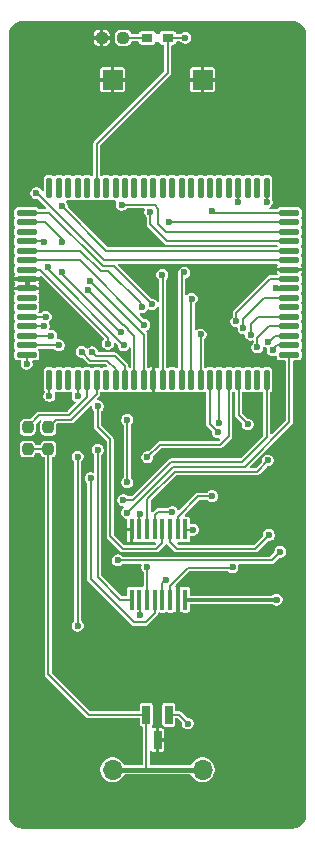
<source format=gbr>
G04 #@! TF.GenerationSoftware,KiCad,Pcbnew,9.0.6*
G04 #@! TF.CreationDate,2025-11-30T20:07:12+09:00*
G04 #@! TF.ProjectId,bionic-z180fsc,62696f6e-6963-42d7-9a31-38306673632e,2*
G04 #@! TF.SameCoordinates,Original*
G04 #@! TF.FileFunction,Copper,L1,Top*
G04 #@! TF.FilePolarity,Positive*
%FSLAX46Y46*%
G04 Gerber Fmt 4.6, Leading zero omitted, Abs format (unit mm)*
G04 Created by KiCad (PCBNEW 9.0.6) date 2025-11-30 20:07:12*
%MOMM*%
%LPD*%
G01*
G04 APERTURE LIST*
G04 Aperture macros list*
%AMRoundRect*
0 Rectangle with rounded corners*
0 $1 Rounding radius*
0 $2 $3 $4 $5 $6 $7 $8 $9 X,Y pos of 4 corners*
0 Add a 4 corners polygon primitive as box body*
4,1,4,$2,$3,$4,$5,$6,$7,$8,$9,$2,$3,0*
0 Add four circle primitives for the rounded corners*
1,1,$1+$1,$2,$3*
1,1,$1+$1,$4,$5*
1,1,$1+$1,$6,$7*
1,1,$1+$1,$8,$9*
0 Add four rect primitives between the rounded corners*
20,1,$1+$1,$2,$3,$4,$5,0*
20,1,$1+$1,$4,$5,$6,$7,0*
20,1,$1+$1,$6,$7,$8,$9,0*
20,1,$1+$1,$8,$9,$2,$3,0*%
G04 Aperture macros list end*
G04 #@! TA.AperFunction,SMDPad,CuDef*
%ADD10RoundRect,0.237500X0.237500X-0.250000X0.237500X0.250000X-0.237500X0.250000X-0.237500X-0.250000X0*%
G04 #@! TD*
G04 #@! TA.AperFunction,SMDPad,CuDef*
%ADD11R,0.355600X1.778000*%
G04 #@! TD*
G04 #@! TA.AperFunction,SMDPad,CuDef*
%ADD12R,0.965200X0.762000*%
G04 #@! TD*
G04 #@! TA.AperFunction,SMDPad,CuDef*
%ADD13RoundRect,0.137500X0.137500X-0.737500X0.137500X0.737500X-0.137500X0.737500X-0.137500X-0.737500X0*%
G04 #@! TD*
G04 #@! TA.AperFunction,SMDPad,CuDef*
%ADD14RoundRect,0.137500X0.737500X-0.137500X0.737500X0.137500X-0.737500X0.137500X-0.737500X-0.137500X0*%
G04 #@! TD*
G04 #@! TA.AperFunction,SMDPad,CuDef*
%ADD15RoundRect,0.237500X0.250000X0.237500X-0.250000X0.237500X-0.250000X-0.237500X0.250000X-0.237500X0*%
G04 #@! TD*
G04 #@! TA.AperFunction,SMDPad,CuDef*
%ADD16R,0.660400X1.625600*%
G04 #@! TD*
G04 #@! TA.AperFunction,ComponentPad*
%ADD17O,1.700000X1.700000*%
G04 #@! TD*
G04 #@! TA.AperFunction,ComponentPad*
%ADD18R,1.700000X1.700000*%
G04 #@! TD*
G04 #@! TA.AperFunction,ViaPad*
%ADD19C,0.600000*%
G04 #@! TD*
G04 #@! TA.AperFunction,Conductor*
%ADD20C,0.200000*%
G04 #@! TD*
G04 #@! TA.AperFunction,Conductor*
%ADD21C,0.400000*%
G04 #@! TD*
G04 #@! TA.AperFunction,Conductor*
%ADD22C,0.300000*%
G04 #@! TD*
G04 APERTURE END LIST*
D10*
X104454400Y-106345500D03*
X104454400Y-104520500D03*
D11*
X116066800Y-113154600D03*
X115416802Y-113154600D03*
X114766800Y-113154600D03*
X114116802Y-113154600D03*
X113466803Y-113154600D03*
X112816802Y-113154600D03*
X112166803Y-113154600D03*
X111516802Y-113154600D03*
X111516802Y-119098200D03*
X112166800Y-119098200D03*
X112816802Y-119098200D03*
X113466800Y-119098200D03*
X114116799Y-119098200D03*
X114766800Y-119098200D03*
X115416799Y-119098200D03*
X116066800Y-119098200D03*
D12*
X112823700Y-71524000D03*
X114576300Y-71524000D03*
D13*
X104544000Y-100474000D03*
X105344000Y-100474000D03*
X106144000Y-100474000D03*
X106944000Y-100474000D03*
X107744000Y-100474000D03*
X108544000Y-100474000D03*
X109344000Y-100474000D03*
X110144000Y-100474000D03*
X110944000Y-100474000D03*
X111744000Y-100474000D03*
X112544000Y-100474000D03*
X113344000Y-100474000D03*
X114144000Y-100474000D03*
X114944000Y-100474000D03*
X115744000Y-100474000D03*
X116544000Y-100474000D03*
X117344000Y-100474000D03*
X118144000Y-100474000D03*
X118944000Y-100474000D03*
X119744000Y-100474000D03*
X120544000Y-100474000D03*
X121344000Y-100474000D03*
X122144000Y-100474000D03*
X122944000Y-100474000D03*
D14*
X124869000Y-98349000D03*
X124869000Y-97549000D03*
X124869000Y-96749000D03*
X124869000Y-95949000D03*
X124869000Y-95149000D03*
X124869000Y-94349000D03*
X124869000Y-93549000D03*
X124869000Y-92749000D03*
X124869000Y-91949000D03*
X124869000Y-91149000D03*
X124869000Y-90349000D03*
X124869000Y-89549000D03*
X124869000Y-88749000D03*
X124869000Y-87949000D03*
X124869000Y-87149000D03*
X124869000Y-86349000D03*
D13*
X122944000Y-84224000D03*
X122144000Y-84224000D03*
X121344000Y-84224000D03*
X120544000Y-84224000D03*
X119744000Y-84224000D03*
X118944000Y-84224000D03*
X118144000Y-84224000D03*
X117344000Y-84224000D03*
X116544000Y-84224000D03*
X115744000Y-84224000D03*
X114944000Y-84224000D03*
X114144000Y-84224000D03*
X113344000Y-84224000D03*
X112544000Y-84224000D03*
X111744000Y-84224000D03*
X110944000Y-84224000D03*
X110144000Y-84224000D03*
X109344000Y-84224000D03*
X108544000Y-84224000D03*
X107744000Y-84224000D03*
X106944000Y-84224000D03*
X106144000Y-84224000D03*
X105344000Y-84224000D03*
X104544000Y-84224000D03*
D14*
X102619000Y-86349000D03*
X102619000Y-87149000D03*
X102619000Y-87949000D03*
X102619000Y-88749000D03*
X102619000Y-89549000D03*
X102619000Y-90349000D03*
X102619000Y-91149000D03*
X102619000Y-91949000D03*
X102619000Y-92749000D03*
X102619000Y-93549000D03*
X102619000Y-94349000D03*
X102619000Y-95149000D03*
X102619000Y-95949000D03*
X102619000Y-96749000D03*
X102619000Y-97549000D03*
X102619000Y-98349000D03*
D10*
X102701800Y-106345500D03*
X102701800Y-104520500D03*
D15*
X110802500Y-71524000D03*
X108977500Y-71524000D03*
D16*
X114650001Y-128828000D03*
X112749999Y-128828000D03*
X113700000Y-130960000D03*
D17*
X117510000Y-133500000D03*
D18*
X117510000Y-75080000D03*
X109890000Y-75080000D03*
D17*
X109890000Y-133500000D03*
D19*
X108975600Y-87881600D03*
X124317200Y-75181600D03*
X110296400Y-117091600D03*
X116062200Y-71524000D03*
X123707600Y-92733000D03*
X123783800Y-119098200D03*
X115808200Y-102639000D03*
X108035800Y-96746200D03*
X121345400Y-102689800D03*
X117052800Y-114094400D03*
X107959600Y-103705800D03*
X113344400Y-98930600D03*
X104149600Y-132611000D03*
X110296400Y-111605200D03*
X123504400Y-132865000D03*
X125866600Y-104112200D03*
X109229600Y-82268200D03*
X114970000Y-93926800D03*
X101406400Y-92377400D03*
X101711200Y-102283400D03*
X107934200Y-86662400D03*
X123402800Y-91183600D03*
X114208000Y-104747200D03*
X122158200Y-123949600D03*
X112125200Y-105610800D03*
X110804400Y-110664600D03*
X122945600Y-85443200D03*
X104073400Y-95958800D03*
X111134600Y-111732200D03*
X110655298Y-85671800D03*
X108045400Y-108811200D03*
X103438400Y-84681200D03*
X120532600Y-85468600D03*
X102625600Y-99133800D03*
X105587000Y-85773400D03*
X111134600Y-109166800D03*
X112176000Y-111808400D03*
X111134600Y-103883600D03*
X108645400Y-106423600D03*
X106944000Y-121308000D03*
X106944000Y-106982400D03*
X106944000Y-101877000D03*
X118297400Y-86154400D03*
X113093135Y-86291000D03*
X108645400Y-102715200D03*
X123479000Y-97990800D03*
X124075900Y-115046900D03*
X110347200Y-115770800D03*
X123047200Y-97279600D03*
X114638415Y-87149000D03*
X104540200Y-101851600D03*
X116265400Y-129588400D03*
X116697200Y-113180000D03*
X105587000Y-88821400D03*
X105587000Y-91386800D03*
X110621435Y-96446565D03*
X109509000Y-97432000D03*
X113217400Y-94104600D03*
X114106400Y-91590000D03*
X104225800Y-95146000D03*
X112353800Y-94358600D03*
X116595600Y-93622000D03*
X105353000Y-97559000D03*
X107822137Y-92872110D03*
X115973300Y-91399500D03*
X117357600Y-96644600D03*
X104387800Y-90949000D03*
X110824635Y-97538765D03*
X104073400Y-88796000D03*
X108167965Y-98163435D03*
X112572919Y-95841281D03*
X107992535Y-92090465D03*
X107273800Y-98117800D03*
X104685800Y-96749000D03*
X112836400Y-116370800D03*
X112836400Y-107033200D03*
X123131300Y-113619700D03*
X122148600Y-97736800D03*
X123037600Y-107312600D03*
X121599400Y-96660400D03*
X121345400Y-104264600D03*
X120050000Y-116370800D03*
X118322800Y-110335200D03*
X118812935Y-104917465D03*
X114380946Y-117441724D03*
X120380200Y-95527000D03*
X120980200Y-96136600D03*
X112176000Y-120368200D03*
X118932400Y-104112200D03*
X114948975Y-111689916D03*
D20*
X123037600Y-107312600D02*
X122097800Y-108252400D01*
X122097800Y-108252400D02*
X115181500Y-108252400D01*
X115181500Y-108252400D02*
X112816802Y-110617098D01*
X112816802Y-110617098D02*
X112816802Y-113154600D01*
X110804400Y-110664600D02*
X111635100Y-110664600D01*
X111635100Y-110664600D02*
X114860100Y-107439600D01*
X114860100Y-107439600D02*
X120862800Y-107439600D01*
X120862800Y-107439600D02*
X122944000Y-105358400D01*
X122944000Y-105358400D02*
X122944000Y-100474000D01*
X111134600Y-111732200D02*
X115026200Y-107840600D01*
X115026200Y-107840600D02*
X121071400Y-107840600D01*
X121071400Y-107840600D02*
X124869000Y-104043000D01*
X124869000Y-104043000D02*
X124869000Y-98349000D01*
X112836400Y-107033200D02*
X113903200Y-105966400D01*
X113903200Y-105966400D02*
X119008600Y-105966400D01*
X119008600Y-105966400D02*
X119744000Y-105231000D01*
X119744000Y-105231000D02*
X119744000Y-100474000D01*
X111134600Y-109166800D02*
X111134600Y-103858200D01*
X111134600Y-103858200D02*
X111134600Y-103883600D01*
X108645400Y-102715200D02*
X108645400Y-104493200D01*
X108645400Y-104493200D02*
X109686800Y-105534600D01*
X109686800Y-105534600D02*
X109686800Y-113688000D01*
X109686800Y-113688000D02*
X110804400Y-114805600D01*
X110804400Y-114805600D02*
X113573000Y-114805600D01*
X113573000Y-114805600D02*
X114116802Y-114261798D01*
X114116802Y-114261798D02*
X114116802Y-113154600D01*
X122885200Y-113865800D02*
X122885200Y-113875400D01*
X122885200Y-113875400D02*
X121955000Y-114805600D01*
X121955000Y-114805600D02*
X115376400Y-114805600D01*
X115376400Y-114805600D02*
X114766800Y-114196000D01*
X123131300Y-113619700D02*
X122885200Y-113865800D01*
X114766800Y-114196000D02*
X114766800Y-113154600D01*
X107744000Y-100474000D02*
X107744000Y-101926943D01*
X107744000Y-101926943D02*
X106193743Y-103477200D01*
X106193743Y-103477200D02*
X103692400Y-103477200D01*
X103692400Y-103477200D02*
X102701800Y-104467800D01*
X102701800Y-104467800D02*
X102701800Y-104520500D01*
X108544000Y-100474000D02*
X108544000Y-101694043D01*
X106354443Y-103883600D02*
X105064000Y-103883600D01*
X108544000Y-101694043D02*
X106354443Y-103883600D01*
X104454400Y-104493200D02*
X104454400Y-104520500D01*
X105064000Y-103883600D02*
X104454400Y-104493200D01*
X106944000Y-106982400D02*
X106944000Y-121308000D01*
X114380946Y-117441724D02*
X114106400Y-117716270D01*
X114106400Y-117716270D02*
X114106400Y-119087801D01*
X114106400Y-119087801D02*
X114116799Y-119098200D01*
X120050000Y-116370800D02*
X120040400Y-116380400D01*
X116290800Y-116380400D02*
X114766800Y-117904400D01*
X120040400Y-116380400D02*
X116290800Y-116380400D01*
X114766800Y-117904400D02*
X114766800Y-119098200D01*
X112836400Y-116370800D02*
X112836400Y-116442804D01*
X112836400Y-116442804D02*
X112816802Y-116462402D01*
X112816802Y-116462402D02*
X112816802Y-119098200D01*
X113466800Y-119098200D02*
X113466800Y-120220400D01*
X113466800Y-120220400D02*
X112684000Y-121003200D01*
X108045400Y-117380600D02*
X108045400Y-108811200D01*
X112684000Y-121003200D02*
X111668000Y-121003200D01*
X111668000Y-121003200D02*
X108045400Y-117380600D01*
X112748399Y-128826400D02*
X107858000Y-128826400D01*
X114576300Y-71524000D02*
X116062200Y-71524000D01*
X112749999Y-128828000D02*
X112749999Y-133497501D01*
X104454400Y-106345500D02*
X102701800Y-106345500D01*
X107858000Y-128826400D02*
X104454400Y-125422800D01*
D21*
X124853000Y-92733000D02*
X124869000Y-92749000D01*
D20*
X112749999Y-128828000D02*
X112748399Y-128826400D01*
D21*
X109890000Y-133500000D02*
X112747500Y-133500000D01*
D20*
X108544000Y-80540800D02*
X114576300Y-74508500D01*
X104454400Y-125422800D02*
X104454400Y-106345500D01*
X112749999Y-133497501D02*
X112747500Y-133500000D01*
X108544000Y-84224000D02*
X108544000Y-80540800D01*
D21*
X123707600Y-92733000D02*
X124853000Y-92733000D01*
D20*
X114576300Y-74508500D02*
X114576300Y-71524000D01*
D22*
X116066800Y-119098200D02*
X123783800Y-119098200D01*
D21*
X112747500Y-133500000D02*
X117510000Y-133500000D01*
X102619000Y-91949000D02*
X102619000Y-92749000D01*
D20*
X110802500Y-71524000D02*
X112823700Y-71524000D01*
X122944000Y-85441600D02*
X122945600Y-85443200D01*
X122944000Y-84224000D02*
X122944000Y-85441600D01*
X103911200Y-95949000D02*
X102619000Y-95949000D01*
X103921000Y-95958800D02*
X103911200Y-95949000D01*
X104073400Y-95958800D02*
X103921000Y-95958800D01*
X113763500Y-85989300D02*
X113763500Y-87284700D01*
X115824800Y-87957800D02*
X115833600Y-87949000D01*
X113446000Y-85671800D02*
X113763500Y-85989300D01*
X110655298Y-85671800D02*
X113446000Y-85671800D01*
X115833600Y-87949000D02*
X124869000Y-87949000D01*
X113763500Y-87284700D02*
X114436600Y-87957800D01*
X114436600Y-87957800D02*
X115824800Y-87957800D01*
X109131600Y-90349000D02*
X124869000Y-90349000D01*
X103463800Y-84681200D02*
X109131600Y-90349000D01*
X103438400Y-84681200D02*
X103463800Y-84681200D01*
X120544000Y-84224000D02*
X120544000Y-85457200D01*
X120544000Y-85457200D02*
X120532600Y-85468600D01*
X102625600Y-98355600D02*
X102619000Y-98349000D01*
X102625600Y-99133800D02*
X102625600Y-98355600D01*
X109362600Y-89549000D02*
X124869000Y-89549000D01*
X105587000Y-85773400D02*
X109362600Y-89549000D01*
X112166803Y-113154600D02*
X112166803Y-111817597D01*
X112166803Y-111817597D02*
X112176000Y-111808400D01*
X111516802Y-119098200D02*
X110550400Y-119098200D01*
X110550400Y-119098200D02*
X108645400Y-117193200D01*
X108645400Y-117193200D02*
X108645400Y-106423600D01*
X106944000Y-101877000D02*
X106944000Y-100474000D01*
X123614600Y-86349000D02*
X124869000Y-86349000D01*
X118297400Y-86154400D02*
X118500600Y-86357600D01*
X118500600Y-86357600D02*
X123606000Y-86357600D01*
X123606000Y-86357600D02*
X123614600Y-86349000D01*
X113093135Y-87325535D02*
X114516600Y-88749000D01*
X113093135Y-86291000D02*
X113093135Y-87325535D01*
X114516600Y-88749000D02*
X124869000Y-88749000D01*
X124075900Y-115046900D02*
X123352000Y-115770800D01*
X123479000Y-97990800D02*
X123479000Y-97914600D01*
X123479000Y-97914600D02*
X123844600Y-97549000D01*
X123352000Y-115770800D02*
X110347200Y-115770800D01*
X123844600Y-97549000D02*
X124869000Y-97549000D01*
X123047200Y-97279600D02*
X123098000Y-97279600D01*
X123628600Y-96749000D02*
X124869000Y-96749000D01*
X123098000Y-97279600D02*
X123628600Y-96749000D01*
X114638415Y-87149000D02*
X124869000Y-87149000D01*
X104544000Y-101847800D02*
X104544000Y-100474000D01*
X104540200Y-101851600D02*
X104544000Y-101847800D01*
X114650001Y-128828000D02*
X115505000Y-128828000D01*
X115505000Y-128828000D02*
X116265400Y-129588400D01*
X116092200Y-113180000D02*
X116066800Y-113154600D01*
X116697200Y-113180000D02*
X116092200Y-113180000D01*
X105699000Y-91615400D02*
X105699000Y-91498800D01*
X105699000Y-91498800D02*
X105587000Y-91386800D01*
X104204400Y-87149000D02*
X102619000Y-87149000D01*
X110621435Y-96446565D02*
X110530165Y-96446565D01*
X110530165Y-96446565D02*
X105699000Y-91615400D01*
X105587000Y-88531600D02*
X104204400Y-87149000D01*
X105587000Y-88821400D02*
X105587000Y-88531600D01*
X103737857Y-91149000D02*
X109509000Y-96920143D01*
X109509000Y-96920143D02*
X109509000Y-97432000D01*
X102619000Y-91149000D02*
X103737857Y-91149000D01*
X109060350Y-90870250D02*
X104539100Y-86349000D01*
X113217400Y-94104600D02*
X109983050Y-90870250D01*
X104539100Y-86349000D02*
X102619000Y-86349000D01*
X109983050Y-90870250D02*
X109060350Y-90870250D01*
X114106400Y-91590000D02*
X114144000Y-91627600D01*
X114144000Y-91627600D02*
X114144000Y-100474000D01*
X102622000Y-95146000D02*
X102619000Y-95149000D01*
X104225800Y-95146000D02*
X102622000Y-95146000D01*
X108894250Y-91271250D02*
X107172000Y-89549000D01*
X112353800Y-94358600D02*
X112297835Y-94414565D01*
X107172000Y-89549000D02*
X102619000Y-89549000D01*
X112297835Y-94414565D02*
X112297835Y-94023235D01*
X109545850Y-91271250D02*
X108894250Y-91271250D01*
X112297835Y-94023235D02*
X109545850Y-91271250D01*
X116544000Y-93673600D02*
X116544000Y-100474000D01*
X116595600Y-93622000D02*
X116544000Y-93673600D01*
X105353000Y-97559000D02*
X105283000Y-97559000D01*
X105283000Y-97559000D02*
X105273000Y-97549000D01*
X105273000Y-97549000D02*
X102619000Y-97549000D01*
X111222435Y-96272408D02*
X111744000Y-96793973D01*
X110795592Y-95845565D02*
X110870378Y-95845565D01*
X107822137Y-92872110D02*
X110795592Y-95845565D01*
X111744000Y-96793973D02*
X111744000Y-100474000D01*
X111222435Y-96197622D02*
X111222435Y-96272408D01*
X110870378Y-95845565D02*
X111222435Y-96197622D01*
X115744000Y-91628800D02*
X115744000Y-100474000D01*
X115973300Y-91399500D02*
X115744000Y-91628800D01*
X117357600Y-96644600D02*
X117357600Y-100460400D01*
X117357600Y-100460400D02*
X117344000Y-100474000D01*
X102622800Y-88745200D02*
X102619000Y-88749000D01*
X110824635Y-97538765D02*
X110809565Y-97538765D01*
X110809565Y-97538765D02*
X104387800Y-91117000D01*
X104073400Y-88796000D02*
X104022600Y-88745200D01*
X104022600Y-88745200D02*
X102622800Y-88745200D01*
X104387800Y-91117000D02*
X104387800Y-90949000D01*
X108457930Y-98453400D02*
X110070344Y-98453400D01*
X110070344Y-98453400D02*
X110944000Y-99327056D01*
X110944000Y-99327056D02*
X110944000Y-100474000D01*
X108167965Y-98163435D02*
X108457930Y-98453400D01*
X112572919Y-95841281D02*
X112572919Y-95822319D01*
X107099600Y-90349000D02*
X102619000Y-90349000D01*
X112572919Y-95822319D02*
X107099600Y-90349000D01*
X112544000Y-96657000D02*
X112544000Y-100474000D01*
X111971919Y-96090224D02*
X112323976Y-96442281D01*
X108183035Y-92296035D02*
X111971919Y-96084919D01*
X108183035Y-92280965D02*
X108183035Y-92296035D01*
X112323976Y-96442281D02*
X112329281Y-96442281D01*
X111971919Y-96084919D02*
X111971919Y-96090224D01*
X112329281Y-96442281D02*
X112544000Y-96657000D01*
X107992535Y-92090465D02*
X108183035Y-92280965D01*
X109458200Y-98854400D02*
X110144000Y-99540200D01*
X107273800Y-98117800D02*
X108010400Y-98854400D01*
X110144000Y-99540200D02*
X110144000Y-100474000D01*
X108010400Y-98854400D02*
X109458200Y-98854400D01*
X104685800Y-96749000D02*
X102619000Y-96749000D01*
X123158600Y-95949000D02*
X122148600Y-96959000D01*
X122148600Y-96959000D02*
X122148600Y-97736800D01*
X124869000Y-95949000D02*
X123158600Y-95949000D01*
X122209000Y-95146000D02*
X122660200Y-95146000D01*
X121599400Y-96660400D02*
X121599400Y-95755600D01*
X122663200Y-95149000D02*
X124869000Y-95149000D01*
X121599400Y-95755600D02*
X122209000Y-95146000D01*
X122660200Y-95146000D02*
X122663200Y-95149000D01*
X120558000Y-103451800D02*
X120558000Y-100488000D01*
X120558000Y-100488000D02*
X120544000Y-100474000D01*
X121345400Y-104239200D02*
X120558000Y-103451800D01*
X121345400Y-104264600D02*
X121345400Y-104239200D01*
X115416802Y-113154600D02*
X115416802Y-112065600D01*
X117147202Y-110335200D02*
X118322800Y-110335200D01*
X118812935Y-104917465D02*
X118812935Y-104907135D01*
X118812935Y-104907135D02*
X118144000Y-104238200D01*
X115416802Y-112065600D02*
X117147202Y-110335200D01*
X118144000Y-104238200D02*
X118144000Y-100474000D01*
X120380200Y-94790400D02*
X123221600Y-91949000D01*
X123221600Y-91949000D02*
X124869000Y-91949000D01*
X120380200Y-95527000D02*
X120380200Y-94790400D01*
X123247200Y-93549000D02*
X124869000Y-93549000D01*
X120980200Y-95308000D02*
X122742400Y-93545800D01*
X112176000Y-120368200D02*
X112176000Y-119107400D01*
X112176000Y-119107400D02*
X112166800Y-119098200D01*
X120980200Y-96136600D02*
X120980200Y-95308000D01*
X122742400Y-93545800D02*
X123244000Y-93545800D01*
X123244000Y-93545800D02*
X123247200Y-93549000D01*
X118944000Y-104100600D02*
X118944000Y-100474000D01*
X114940459Y-111681400D02*
X113715800Y-111681400D01*
X114948975Y-111689916D02*
X114940459Y-111681400D01*
X113715800Y-111681400D02*
X113466803Y-111930397D01*
X113466803Y-111930397D02*
X113466803Y-113154600D01*
X118932400Y-104112200D02*
X118944000Y-104100600D01*
G04 #@! TA.AperFunction,Conductor*
G36*
X113818071Y-94324393D02*
G01*
X113842958Y-94380289D01*
X113843500Y-94390637D01*
X113843500Y-99380489D01*
X113841031Y-99388086D01*
X113842281Y-99395976D01*
X113831756Y-99416631D01*
X113824593Y-99438680D01*
X113814504Y-99450493D01*
X113813650Y-99451347D01*
X113759133Y-99479124D01*
X113698701Y-99469553D01*
X113685637Y-99460062D01*
X113685163Y-99460740D01*
X113678067Y-99455771D01*
X113570198Y-99405471D01*
X113570200Y-99405471D01*
X113521045Y-99399000D01*
X113494001Y-99399000D01*
X113494000Y-99399001D01*
X113494000Y-101548998D01*
X113494001Y-101548999D01*
X113521041Y-101548999D01*
X113521051Y-101548998D01*
X113570196Y-101542529D01*
X113570201Y-101542528D01*
X113678068Y-101492228D01*
X113685164Y-101487260D01*
X113686986Y-101489863D01*
X113728101Y-101468884D01*
X113788539Y-101478420D01*
X113802121Y-101488281D01*
X113802546Y-101487676D01*
X113809639Y-101492642D01*
X113809641Y-101492644D01*
X113809642Y-101492644D01*
X113809643Y-101492645D01*
X113829499Y-101501904D01*
X113917670Y-101543019D01*
X113966897Y-101549500D01*
X114321102Y-101549499D01*
X114370330Y-101543019D01*
X114478359Y-101492644D01*
X114478361Y-101492641D01*
X114485454Y-101487676D01*
X114487256Y-101490249D01*
X114528513Y-101469229D01*
X114588945Y-101478800D01*
X114602079Y-101488342D01*
X114602546Y-101487676D01*
X114609639Y-101492642D01*
X114609641Y-101492644D01*
X114609642Y-101492644D01*
X114609643Y-101492645D01*
X114629499Y-101501904D01*
X114717670Y-101543019D01*
X114766897Y-101549500D01*
X115121102Y-101549499D01*
X115170330Y-101543019D01*
X115278359Y-101492644D01*
X115278361Y-101492641D01*
X115285454Y-101487676D01*
X115287256Y-101490249D01*
X115328513Y-101469229D01*
X115388945Y-101478800D01*
X115402079Y-101488342D01*
X115402546Y-101487676D01*
X115409639Y-101492642D01*
X115409641Y-101492644D01*
X115409642Y-101492644D01*
X115409643Y-101492645D01*
X115429499Y-101501904D01*
X115517670Y-101543019D01*
X115566897Y-101549500D01*
X115921102Y-101549499D01*
X115970330Y-101543019D01*
X116078359Y-101492644D01*
X116078361Y-101492641D01*
X116085454Y-101487676D01*
X116087256Y-101490249D01*
X116128513Y-101469229D01*
X116188945Y-101478800D01*
X116202079Y-101488342D01*
X116202546Y-101487676D01*
X116209639Y-101492642D01*
X116209641Y-101492644D01*
X116209642Y-101492644D01*
X116209643Y-101492645D01*
X116229499Y-101501904D01*
X116317670Y-101543019D01*
X116366897Y-101549500D01*
X116721102Y-101549499D01*
X116770330Y-101543019D01*
X116878359Y-101492644D01*
X116878361Y-101492641D01*
X116885454Y-101487676D01*
X116887256Y-101490249D01*
X116928513Y-101469229D01*
X116988945Y-101478800D01*
X117002079Y-101488342D01*
X117002546Y-101487676D01*
X117009639Y-101492642D01*
X117009641Y-101492644D01*
X117009642Y-101492644D01*
X117009643Y-101492645D01*
X117029499Y-101501904D01*
X117117670Y-101543019D01*
X117166897Y-101549500D01*
X117521102Y-101549499D01*
X117570330Y-101543019D01*
X117678359Y-101492644D01*
X117678361Y-101492641D01*
X117685454Y-101487676D01*
X117687256Y-101490249D01*
X117687967Y-101489887D01*
X117699055Y-101478800D01*
X117714542Y-101476347D01*
X117728513Y-101469229D01*
X117744000Y-101471681D01*
X117759487Y-101469229D01*
X117773457Y-101476347D01*
X117788945Y-101478800D01*
X117814004Y-101497006D01*
X117814504Y-101497506D01*
X117842281Y-101552023D01*
X117843500Y-101567510D01*
X117843500Y-104277764D01*
X117863977Y-104354185D01*
X117863981Y-104354193D01*
X117881246Y-104384099D01*
X117881247Y-104384099D01*
X117881248Y-104384100D01*
X117903540Y-104422711D01*
X118283440Y-104802611D01*
X118311216Y-104857126D01*
X118312435Y-104872613D01*
X118312435Y-104983357D01*
X118317838Y-105003521D01*
X118346544Y-105110655D01*
X118412431Y-105224774D01*
X118412433Y-105224776D01*
X118412435Y-105224779D01*
X118505621Y-105317965D01*
X118505623Y-105317966D01*
X118505625Y-105317968D01*
X118619745Y-105383855D01*
X118619743Y-105383855D01*
X118619747Y-105383856D01*
X118619749Y-105383857D01*
X118747043Y-105417965D01*
X118747045Y-105417965D01*
X118878826Y-105417965D01*
X118878827Y-105417965D01*
X118878827Y-105417964D01*
X118881301Y-105417639D01*
X118883061Y-105417965D01*
X118885316Y-105417965D01*
X118885316Y-105418382D01*
X118941462Y-105428785D01*
X118983582Y-105473165D01*
X118991572Y-105533826D01*
X118964233Y-105585794D01*
X118913125Y-105636903D01*
X118858609Y-105664681D01*
X118843121Y-105665900D01*
X113863635Y-105665900D01*
X113787214Y-105686377D01*
X113787211Y-105686379D01*
X113730517Y-105719111D01*
X113723487Y-105723169D01*
X113718688Y-105725940D01*
X112940923Y-106503704D01*
X112886407Y-106531481D01*
X112870920Y-106532700D01*
X112770508Y-106532700D01*
X112692600Y-106553575D01*
X112643209Y-106566809D01*
X112529090Y-106632696D01*
X112435896Y-106725890D01*
X112370009Y-106840009D01*
X112351602Y-106908706D01*
X112335900Y-106967308D01*
X112335900Y-107099092D01*
X112362708Y-107199140D01*
X112370009Y-107226390D01*
X112435896Y-107340509D01*
X112435898Y-107340511D01*
X112435900Y-107340514D01*
X112529086Y-107433700D01*
X112529088Y-107433701D01*
X112529090Y-107433703D01*
X112643210Y-107499590D01*
X112643208Y-107499590D01*
X112643212Y-107499591D01*
X112643214Y-107499592D01*
X112770508Y-107533700D01*
X112770510Y-107533700D01*
X112902290Y-107533700D01*
X112902292Y-107533700D01*
X113029586Y-107499592D01*
X113029588Y-107499590D01*
X113029590Y-107499590D01*
X113143709Y-107433703D01*
X113143709Y-107433702D01*
X113143714Y-107433700D01*
X113236900Y-107340514D01*
X113236903Y-107340509D01*
X113302790Y-107226390D01*
X113302790Y-107226388D01*
X113302792Y-107226386D01*
X113336900Y-107099092D01*
X113336900Y-106998678D01*
X113355807Y-106940487D01*
X113365896Y-106928674D01*
X113998675Y-106295896D01*
X114053192Y-106268119D01*
X114068679Y-106266900D01*
X119048163Y-106266900D01*
X119048163Y-106266899D01*
X119124589Y-106246421D01*
X119193111Y-106206860D01*
X119249060Y-106150911D01*
X119984460Y-105415511D01*
X120024022Y-105346988D01*
X120044500Y-105270562D01*
X120044500Y-105191438D01*
X120044500Y-101567510D01*
X120046968Y-101559912D01*
X120045719Y-101552023D01*
X120056243Y-101531367D01*
X120063407Y-101509319D01*
X120073496Y-101497506D01*
X120073996Y-101497006D01*
X120128513Y-101469229D01*
X120188945Y-101478800D01*
X120202078Y-101488341D01*
X120202545Y-101487675D01*
X120209639Y-101492642D01*
X120209641Y-101492644D01*
X120209642Y-101492644D01*
X120215283Y-101496594D01*
X120252106Y-101545459D01*
X120257500Y-101577691D01*
X120257500Y-103491364D01*
X120277978Y-103567787D01*
X120277979Y-103567789D01*
X120303331Y-103611700D01*
X120317540Y-103636311D01*
X120815905Y-104134676D01*
X120843681Y-104189191D01*
X120844900Y-104204678D01*
X120844900Y-104330492D01*
X120859264Y-104384099D01*
X120879009Y-104457790D01*
X120944896Y-104571909D01*
X120944898Y-104571911D01*
X120944900Y-104571914D01*
X121038086Y-104665100D01*
X121038088Y-104665101D01*
X121038090Y-104665103D01*
X121152210Y-104730990D01*
X121152208Y-104730990D01*
X121152212Y-104730991D01*
X121152214Y-104730992D01*
X121279508Y-104765100D01*
X121279510Y-104765100D01*
X121411290Y-104765100D01*
X121411292Y-104765100D01*
X121538586Y-104730992D01*
X121538588Y-104730990D01*
X121538590Y-104730990D01*
X121652709Y-104665103D01*
X121652709Y-104665102D01*
X121652714Y-104665100D01*
X121745900Y-104571914D01*
X121753940Y-104557988D01*
X121811790Y-104457790D01*
X121811790Y-104457788D01*
X121811792Y-104457786D01*
X121845900Y-104330492D01*
X121845900Y-104198708D01*
X121811792Y-104071414D01*
X121811790Y-104071411D01*
X121811790Y-104071409D01*
X121745903Y-103957290D01*
X121745901Y-103957288D01*
X121745900Y-103957286D01*
X121652714Y-103864100D01*
X121652711Y-103864098D01*
X121652709Y-103864096D01*
X121538589Y-103798209D01*
X121538591Y-103798209D01*
X121462048Y-103777700D01*
X121411292Y-103764100D01*
X121411290Y-103764100D01*
X121336279Y-103764100D01*
X121278088Y-103745193D01*
X121266275Y-103735104D01*
X120887496Y-103356325D01*
X120859719Y-103301808D01*
X120858500Y-103286321D01*
X120858500Y-101576991D01*
X120877407Y-101518800D01*
X120926907Y-101482836D01*
X120988093Y-101482836D01*
X121001533Y-101489537D01*
X121001791Y-101488984D01*
X121065732Y-101518800D01*
X121117670Y-101543019D01*
X121166897Y-101549500D01*
X121521102Y-101549499D01*
X121570330Y-101543019D01*
X121678359Y-101492644D01*
X121678361Y-101492641D01*
X121685454Y-101487676D01*
X121687256Y-101490249D01*
X121728513Y-101469229D01*
X121788945Y-101478800D01*
X121802079Y-101488342D01*
X121802546Y-101487676D01*
X121809639Y-101492642D01*
X121809641Y-101492644D01*
X121809642Y-101492644D01*
X121809643Y-101492645D01*
X121829499Y-101501904D01*
X121917670Y-101543019D01*
X121966897Y-101549500D01*
X122321102Y-101549499D01*
X122370330Y-101543019D01*
X122478359Y-101492644D01*
X122478361Y-101492641D01*
X122485454Y-101487676D01*
X122487256Y-101490249D01*
X122487967Y-101489887D01*
X122499055Y-101478800D01*
X122514542Y-101476347D01*
X122528513Y-101469229D01*
X122544000Y-101471681D01*
X122559487Y-101469229D01*
X122573457Y-101476347D01*
X122588945Y-101478800D01*
X122614004Y-101497006D01*
X122614504Y-101497506D01*
X122642281Y-101552023D01*
X122643500Y-101567510D01*
X122643500Y-105192921D01*
X122624593Y-105251112D01*
X122614504Y-105262925D01*
X120767325Y-107110104D01*
X120712808Y-107137881D01*
X120697321Y-107139100D01*
X114899662Y-107139100D01*
X114820538Y-107139100D01*
X114773761Y-107151633D01*
X114744107Y-107159579D01*
X114675593Y-107199136D01*
X111539625Y-110335104D01*
X111485108Y-110362881D01*
X111469621Y-110364100D01*
X111252721Y-110364100D01*
X111194530Y-110345193D01*
X111182723Y-110335109D01*
X111111714Y-110264100D01*
X111111711Y-110264098D01*
X111111709Y-110264096D01*
X110997589Y-110198209D01*
X110997591Y-110198209D01*
X110948199Y-110184975D01*
X110870292Y-110164100D01*
X110738508Y-110164100D01*
X110660600Y-110184975D01*
X110611209Y-110198209D01*
X110497090Y-110264096D01*
X110403896Y-110357290D01*
X110338009Y-110471409D01*
X110322741Y-110528390D01*
X110303900Y-110598708D01*
X110303900Y-110730492D01*
X110322951Y-110801592D01*
X110338009Y-110857790D01*
X110403896Y-110971909D01*
X110403898Y-110971911D01*
X110403900Y-110971914D01*
X110497086Y-111065100D01*
X110497088Y-111065101D01*
X110497090Y-111065103D01*
X110611210Y-111130990D01*
X110611208Y-111130990D01*
X110611212Y-111130991D01*
X110611214Y-111130992D01*
X110738508Y-111165100D01*
X110738510Y-111165100D01*
X110754879Y-111165100D01*
X110813070Y-111184007D01*
X110849034Y-111233507D01*
X110849034Y-111294693D01*
X110824884Y-111334101D01*
X110779305Y-111379681D01*
X110734097Y-111424889D01*
X110734096Y-111424890D01*
X110668209Y-111539009D01*
X110668208Y-111539014D01*
X110634100Y-111666308D01*
X110634100Y-111798092D01*
X110638472Y-111814408D01*
X110668209Y-111925390D01*
X110734096Y-112039509D01*
X110734098Y-112039511D01*
X110734100Y-112039514D01*
X110827286Y-112132700D01*
X110827288Y-112132701D01*
X110827290Y-112132703D01*
X110941410Y-112198590D01*
X110941408Y-112198590D01*
X110941412Y-112198591D01*
X110941414Y-112198592D01*
X111065627Y-112231874D01*
X111116939Y-112265197D01*
X111138866Y-112322318D01*
X111139002Y-112327500D01*
X111139002Y-113004599D01*
X111139003Y-113004600D01*
X111417802Y-113004600D01*
X111475993Y-113023507D01*
X111511957Y-113073007D01*
X111516802Y-113103600D01*
X111516802Y-113154599D01*
X111516803Y-113154600D01*
X111567802Y-113154600D01*
X111625993Y-113173507D01*
X111661957Y-113223007D01*
X111666802Y-113253600D01*
X111666802Y-114243599D01*
X111666803Y-114243600D01*
X111714299Y-114243600D01*
X111714302Y-114243599D01*
X111772637Y-114231996D01*
X111786347Y-114222835D01*
X111845235Y-114206224D01*
X111896353Y-114222832D01*
X111910772Y-114232467D01*
X111955234Y-114241311D01*
X111969244Y-114244098D01*
X111969249Y-114244098D01*
X111969255Y-114244100D01*
X111969256Y-114244100D01*
X112364350Y-114244100D01*
X112364351Y-114244100D01*
X112422834Y-114232467D01*
X112436799Y-114223135D01*
X112495685Y-114206525D01*
X112546804Y-114223134D01*
X112560771Y-114232467D01*
X112605233Y-114241311D01*
X112619243Y-114244098D01*
X112619248Y-114244098D01*
X112619254Y-114244100D01*
X112619255Y-114244100D01*
X113014349Y-114244100D01*
X113014350Y-114244100D01*
X113072833Y-114232467D01*
X113086799Y-114223134D01*
X113145687Y-114206525D01*
X113196802Y-114223132D01*
X113210772Y-114232467D01*
X113255234Y-114241311D01*
X113269244Y-114244098D01*
X113269249Y-114244098D01*
X113269255Y-114244100D01*
X113269256Y-114244100D01*
X113470522Y-114244100D01*
X113492569Y-114251263D01*
X113515467Y-114254890D01*
X113521115Y-114260538D01*
X113528713Y-114263007D01*
X113542340Y-114281763D01*
X113558732Y-114298155D01*
X113559981Y-114306044D01*
X113564677Y-114312507D01*
X113564677Y-114335692D01*
X113568303Y-114358587D01*
X113564677Y-114365703D01*
X113564677Y-114373693D01*
X113540528Y-114413100D01*
X113477523Y-114476105D01*
X113423009Y-114503881D01*
X113407522Y-114505100D01*
X110969879Y-114505100D01*
X110911688Y-114486193D01*
X110899875Y-114476104D01*
X110016296Y-113592525D01*
X109988519Y-113538008D01*
X109987300Y-113522521D01*
X109987300Y-113304601D01*
X111139002Y-113304601D01*
X111139002Y-114063300D01*
X111150605Y-114121636D01*
X111194808Y-114187789D01*
X111194812Y-114187793D01*
X111260965Y-114231996D01*
X111319301Y-114243599D01*
X111319305Y-114243600D01*
X111366801Y-114243600D01*
X111366802Y-114243599D01*
X111366802Y-113304601D01*
X111366801Y-113304600D01*
X111139003Y-113304600D01*
X111139002Y-113304601D01*
X109987300Y-113304601D01*
X109987300Y-105495037D01*
X109987299Y-105495035D01*
X109966821Y-105418611D01*
X109966819Y-105418607D01*
X109927260Y-105350089D01*
X109871311Y-105294139D01*
X109871311Y-105294140D01*
X108974896Y-104397725D01*
X108947119Y-104343208D01*
X108945900Y-104327721D01*
X108945900Y-103817708D01*
X110634100Y-103817708D01*
X110634100Y-103949492D01*
X110648507Y-104003259D01*
X110668209Y-104076790D01*
X110734096Y-104190909D01*
X110734098Y-104190911D01*
X110734100Y-104190914D01*
X110805105Y-104261919D01*
X110832881Y-104316434D01*
X110834100Y-104331921D01*
X110834100Y-108718479D01*
X110815193Y-108776670D01*
X110805109Y-108788476D01*
X110734100Y-108859486D01*
X110734097Y-108859489D01*
X110734096Y-108859490D01*
X110668209Y-108973609D01*
X110649139Y-109044778D01*
X110634100Y-109100908D01*
X110634100Y-109232692D01*
X110641289Y-109259521D01*
X110668209Y-109359990D01*
X110734096Y-109474109D01*
X110734098Y-109474111D01*
X110734100Y-109474114D01*
X110827286Y-109567300D01*
X110827288Y-109567301D01*
X110827290Y-109567303D01*
X110941410Y-109633190D01*
X110941408Y-109633190D01*
X110941412Y-109633191D01*
X110941414Y-109633192D01*
X111068708Y-109667300D01*
X111068710Y-109667300D01*
X111200490Y-109667300D01*
X111200492Y-109667300D01*
X111327786Y-109633192D01*
X111327788Y-109633190D01*
X111327790Y-109633190D01*
X111441909Y-109567303D01*
X111441909Y-109567302D01*
X111441914Y-109567300D01*
X111535100Y-109474114D01*
X111600992Y-109359986D01*
X111635100Y-109232692D01*
X111635100Y-109100908D01*
X111600992Y-108973614D01*
X111600990Y-108973611D01*
X111600990Y-108973609D01*
X111535103Y-108859490D01*
X111535101Y-108859488D01*
X111535100Y-108859486D01*
X111464094Y-108788480D01*
X111436319Y-108733966D01*
X111435100Y-108718479D01*
X111435100Y-104331921D01*
X111454007Y-104273730D01*
X111464090Y-104261923D01*
X111535100Y-104190914D01*
X111550859Y-104163619D01*
X111600990Y-104076790D01*
X111600990Y-104076788D01*
X111600992Y-104076786D01*
X111635100Y-103949492D01*
X111635100Y-103817708D01*
X111600992Y-103690414D01*
X111600990Y-103690411D01*
X111600990Y-103690409D01*
X111535103Y-103576290D01*
X111535101Y-103576288D01*
X111535100Y-103576286D01*
X111441914Y-103483100D01*
X111441911Y-103483098D01*
X111441909Y-103483096D01*
X111327789Y-103417209D01*
X111327791Y-103417209D01*
X111278399Y-103403975D01*
X111200492Y-103383100D01*
X111068708Y-103383100D01*
X110990800Y-103403975D01*
X110941409Y-103417209D01*
X110827290Y-103483096D01*
X110734096Y-103576290D01*
X110668209Y-103690409D01*
X110665353Y-103701068D01*
X110634100Y-103817708D01*
X108945900Y-103817708D01*
X108945900Y-103163521D01*
X108964807Y-103105330D01*
X108974890Y-103093523D01*
X109045900Y-103022514D01*
X109111792Y-102908386D01*
X109145900Y-102781092D01*
X109145900Y-102649308D01*
X109111792Y-102522014D01*
X109111790Y-102522011D01*
X109111790Y-102522009D01*
X109045903Y-102407890D01*
X109045901Y-102407888D01*
X109045900Y-102407886D01*
X108952714Y-102314700D01*
X108952711Y-102314698D01*
X108952709Y-102314696D01*
X108838589Y-102248809D01*
X108838591Y-102248809D01*
X108789199Y-102235575D01*
X108711292Y-102214700D01*
X108687321Y-102214700D01*
X108629130Y-102195793D01*
X108593166Y-102146293D01*
X108593166Y-102085107D01*
X108617316Y-102045697D01*
X108784460Y-101878554D01*
X108815799Y-101824273D01*
X108824021Y-101810032D01*
X108844500Y-101733605D01*
X108844500Y-101567510D01*
X108846968Y-101559912D01*
X108845719Y-101552023D01*
X108856243Y-101531367D01*
X108863407Y-101509319D01*
X108873496Y-101497506D01*
X108873996Y-101497006D01*
X108928513Y-101469229D01*
X108988945Y-101478800D01*
X109002079Y-101488342D01*
X109002546Y-101487676D01*
X109009639Y-101492642D01*
X109009641Y-101492644D01*
X109009642Y-101492644D01*
X109009643Y-101492645D01*
X109029499Y-101501904D01*
X109117670Y-101543019D01*
X109166897Y-101549500D01*
X109521102Y-101549499D01*
X109570330Y-101543019D01*
X109678359Y-101492644D01*
X109678361Y-101492641D01*
X109685454Y-101487676D01*
X109687256Y-101490249D01*
X109728513Y-101469229D01*
X109788945Y-101478800D01*
X109802079Y-101488342D01*
X109802546Y-101487676D01*
X109809639Y-101492642D01*
X109809641Y-101492644D01*
X109809642Y-101492644D01*
X109809643Y-101492645D01*
X109829499Y-101501904D01*
X109917670Y-101543019D01*
X109966897Y-101549500D01*
X110321102Y-101549499D01*
X110370330Y-101543019D01*
X110478359Y-101492644D01*
X110478361Y-101492641D01*
X110485454Y-101487676D01*
X110487256Y-101490249D01*
X110528513Y-101469229D01*
X110588945Y-101478800D01*
X110602079Y-101488342D01*
X110602546Y-101487676D01*
X110609639Y-101492642D01*
X110609641Y-101492644D01*
X110609642Y-101492644D01*
X110609643Y-101492645D01*
X110629499Y-101501904D01*
X110717670Y-101543019D01*
X110766897Y-101549500D01*
X111121102Y-101549499D01*
X111170330Y-101543019D01*
X111278359Y-101492644D01*
X111278361Y-101492641D01*
X111285454Y-101487676D01*
X111287256Y-101490249D01*
X111328513Y-101469229D01*
X111388945Y-101478800D01*
X111402079Y-101488342D01*
X111402546Y-101487676D01*
X111409639Y-101492642D01*
X111409641Y-101492644D01*
X111409642Y-101492644D01*
X111409643Y-101492645D01*
X111429499Y-101501904D01*
X111517670Y-101543019D01*
X111566897Y-101549500D01*
X111921102Y-101549499D01*
X111970330Y-101543019D01*
X112078359Y-101492644D01*
X112078361Y-101492641D01*
X112085454Y-101487676D01*
X112087256Y-101490249D01*
X112128513Y-101469229D01*
X112188945Y-101478800D01*
X112202079Y-101488342D01*
X112202546Y-101487676D01*
X112209639Y-101492642D01*
X112209641Y-101492644D01*
X112209642Y-101492644D01*
X112209643Y-101492645D01*
X112229499Y-101501904D01*
X112317670Y-101543019D01*
X112366897Y-101549500D01*
X112721102Y-101549499D01*
X112770330Y-101543019D01*
X112878359Y-101492644D01*
X112878363Y-101492639D01*
X112885457Y-101487674D01*
X112887174Y-101490126D01*
X112928820Y-101468882D01*
X112989256Y-101478425D01*
X113002360Y-101487940D01*
X113002837Y-101487260D01*
X113009932Y-101492228D01*
X113117801Y-101542528D01*
X113117799Y-101542528D01*
X113166954Y-101548999D01*
X113194000Y-101548998D01*
X113194000Y-99398999D01*
X113166961Y-99399000D01*
X113166946Y-99399001D01*
X113117803Y-99405470D01*
X113117798Y-99405471D01*
X113009932Y-99455771D01*
X113002837Y-99460740D01*
X113001020Y-99458146D01*
X113000349Y-99458488D01*
X112989246Y-99469579D01*
X112973772Y-99472020D01*
X112959811Y-99479129D01*
X112944310Y-99476669D01*
X112928809Y-99479115D01*
X112914853Y-99471994D01*
X112899382Y-99469539D01*
X112874308Y-99451306D01*
X112873455Y-99450452D01*
X112845710Y-99395919D01*
X112844500Y-99380489D01*
X112844500Y-96617440D01*
X112844500Y-96617438D01*
X112842363Y-96609462D01*
X112824022Y-96541012D01*
X112824020Y-96541009D01*
X112824020Y-96541007D01*
X112784463Y-96472493D01*
X112784461Y-96472491D01*
X112784460Y-96472489D01*
X112764480Y-96452509D01*
X112736705Y-96397995D01*
X112746276Y-96337563D01*
X112784983Y-96296773D01*
X112880233Y-96241781D01*
X112973419Y-96148595D01*
X112986176Y-96126500D01*
X113039309Y-96034471D01*
X113039309Y-96034469D01*
X113039311Y-96034467D01*
X113073419Y-95907173D01*
X113073419Y-95775389D01*
X113039311Y-95648095D01*
X113039309Y-95648092D01*
X113039309Y-95648090D01*
X112973422Y-95533971D01*
X112973420Y-95533969D01*
X112973419Y-95533967D01*
X112880233Y-95440781D01*
X112880230Y-95440779D01*
X112880228Y-95440777D01*
X112766108Y-95374890D01*
X112766110Y-95374890D01*
X112716718Y-95361656D01*
X112638811Y-95340781D01*
X112638809Y-95340781D01*
X112557360Y-95340781D01*
X112499169Y-95321874D01*
X112487356Y-95311785D01*
X112202501Y-95026930D01*
X112174724Y-94972413D01*
X112184295Y-94911981D01*
X112227560Y-94868716D01*
X112281419Y-94859463D01*
X112281419Y-94859100D01*
X112283534Y-94859100D01*
X112285432Y-94858774D01*
X112287907Y-94859100D01*
X112287908Y-94859100D01*
X112419690Y-94859100D01*
X112419692Y-94859100D01*
X112546986Y-94824992D01*
X112546988Y-94824990D01*
X112546990Y-94824990D01*
X112661109Y-94759103D01*
X112661109Y-94759102D01*
X112661114Y-94759100D01*
X112754300Y-94665914D01*
X112813382Y-94563581D01*
X112858849Y-94522641D01*
X112919700Y-94516245D01*
X112948615Y-94527344D01*
X113024214Y-94570992D01*
X113151508Y-94605100D01*
X113151510Y-94605100D01*
X113283290Y-94605100D01*
X113283292Y-94605100D01*
X113410586Y-94570992D01*
X113410588Y-94570990D01*
X113410590Y-94570990D01*
X113524709Y-94505103D01*
X113524709Y-94505102D01*
X113524714Y-94505100D01*
X113617900Y-94411914D01*
X113617903Y-94411909D01*
X113658764Y-94341137D01*
X113704233Y-94300196D01*
X113765083Y-94293800D01*
X113818071Y-94324393D01*
G37*
G04 #@! TD.AperFunction*
G04 #@! TA.AperFunction,Conductor*
G36*
X109788945Y-85228800D02*
G01*
X109802079Y-85238342D01*
X109802546Y-85237676D01*
X109809639Y-85242642D01*
X109809641Y-85242644D01*
X109917670Y-85293019D01*
X109966897Y-85299500D01*
X110120844Y-85299499D01*
X110179034Y-85318406D01*
X110214998Y-85367906D01*
X110214999Y-85429091D01*
X110206581Y-85447998D01*
X110188907Y-85478610D01*
X110188906Y-85478614D01*
X110154798Y-85605908D01*
X110154798Y-85737692D01*
X110183203Y-85843703D01*
X110188907Y-85864990D01*
X110254794Y-85979109D01*
X110254796Y-85979111D01*
X110254798Y-85979114D01*
X110347984Y-86072300D01*
X110347986Y-86072301D01*
X110347988Y-86072303D01*
X110462108Y-86138190D01*
X110462106Y-86138190D01*
X110462110Y-86138191D01*
X110462112Y-86138192D01*
X110589406Y-86172300D01*
X110589408Y-86172300D01*
X110721188Y-86172300D01*
X110721190Y-86172300D01*
X110848484Y-86138192D01*
X110848486Y-86138190D01*
X110848488Y-86138190D01*
X110962607Y-86072303D01*
X110962607Y-86072302D01*
X110962612Y-86072300D01*
X111033617Y-86001294D01*
X111088132Y-85973519D01*
X111103619Y-85972300D01*
X112531355Y-85972300D01*
X112589546Y-85991207D01*
X112625510Y-86040707D01*
X112626982Y-86096923D01*
X112626743Y-86097813D01*
X112626743Y-86097814D01*
X112592635Y-86225108D01*
X112592635Y-86356892D01*
X112620720Y-86461709D01*
X112626744Y-86484190D01*
X112692631Y-86598309D01*
X112692633Y-86598311D01*
X112692635Y-86598314D01*
X112763640Y-86669319D01*
X112791416Y-86723834D01*
X112792635Y-86739321D01*
X112792635Y-87365099D01*
X112813113Y-87441523D01*
X112813115Y-87441527D01*
X112842809Y-87492958D01*
X112852675Y-87510046D01*
X114332089Y-88989460D01*
X114332091Y-88989461D01*
X114332093Y-88989463D01*
X114400608Y-89029020D01*
X114400606Y-89029020D01*
X114400610Y-89029021D01*
X114400612Y-89029022D01*
X114477038Y-89049500D01*
X123775490Y-89049500D01*
X123783133Y-89051983D01*
X123791075Y-89050734D01*
X123811677Y-89061257D01*
X123833681Y-89068407D01*
X123845564Y-89078567D01*
X123846063Y-89079067D01*
X123873786Y-89133611D01*
X123864154Y-89194033D01*
X123846063Y-89218933D01*
X123845564Y-89219433D01*
X123831510Y-89226611D01*
X123820846Y-89237255D01*
X123806144Y-89239568D01*
X123791075Y-89247266D01*
X123775490Y-89248500D01*
X109528079Y-89248500D01*
X109469888Y-89229593D01*
X109458075Y-89219504D01*
X106116496Y-85877925D01*
X106088719Y-85823408D01*
X106087500Y-85807921D01*
X106087500Y-85707509D01*
X106082275Y-85688008D01*
X106053392Y-85580214D01*
X106053390Y-85580211D01*
X106053390Y-85580209D01*
X105987503Y-85466090D01*
X105983551Y-85460940D01*
X105985356Y-85459554D01*
X105962139Y-85413986D01*
X105971710Y-85353554D01*
X106014975Y-85310289D01*
X106059916Y-85299499D01*
X106321102Y-85299499D01*
X106370330Y-85293019D01*
X106478359Y-85242644D01*
X106478361Y-85242641D01*
X106485454Y-85237676D01*
X106487256Y-85240249D01*
X106528513Y-85219229D01*
X106588945Y-85228800D01*
X106602079Y-85238342D01*
X106602546Y-85237676D01*
X106609639Y-85242642D01*
X106609641Y-85242644D01*
X106717670Y-85293019D01*
X106766897Y-85299500D01*
X107121102Y-85299499D01*
X107170330Y-85293019D01*
X107278359Y-85242644D01*
X107278361Y-85242641D01*
X107285454Y-85237676D01*
X107287256Y-85240249D01*
X107328513Y-85219229D01*
X107388945Y-85228800D01*
X107402079Y-85238342D01*
X107402546Y-85237676D01*
X107409639Y-85242642D01*
X107409641Y-85242644D01*
X107517670Y-85293019D01*
X107566897Y-85299500D01*
X107921102Y-85299499D01*
X107970330Y-85293019D01*
X108078359Y-85242644D01*
X108078361Y-85242641D01*
X108085454Y-85237676D01*
X108087256Y-85240249D01*
X108128513Y-85219229D01*
X108188945Y-85228800D01*
X108202079Y-85238342D01*
X108202546Y-85237676D01*
X108209639Y-85242642D01*
X108209641Y-85242644D01*
X108317670Y-85293019D01*
X108366897Y-85299500D01*
X108721102Y-85299499D01*
X108770330Y-85293019D01*
X108878359Y-85242644D01*
X108878361Y-85242641D01*
X108885454Y-85237676D01*
X108887256Y-85240249D01*
X108928513Y-85219229D01*
X108988945Y-85228800D01*
X109002079Y-85238342D01*
X109002546Y-85237676D01*
X109009639Y-85242642D01*
X109009641Y-85242644D01*
X109117670Y-85293019D01*
X109166897Y-85299500D01*
X109521102Y-85299499D01*
X109570330Y-85293019D01*
X109678359Y-85242644D01*
X109678361Y-85242641D01*
X109685454Y-85237676D01*
X109687256Y-85240249D01*
X109728513Y-85219229D01*
X109788945Y-85228800D01*
G37*
G04 #@! TD.AperFunction*
G04 #@! TA.AperFunction,Conductor*
G36*
X125134309Y-70100877D02*
G01*
X125324457Y-70117512D01*
X125341437Y-70120505D01*
X125521635Y-70168789D01*
X125537839Y-70174687D01*
X125706902Y-70253523D01*
X125721842Y-70262149D01*
X125874641Y-70369140D01*
X125887861Y-70380232D01*
X126019767Y-70512138D01*
X126030859Y-70525358D01*
X126137850Y-70678157D01*
X126146477Y-70693100D01*
X126220467Y-70851771D01*
X126225308Y-70862151D01*
X126231211Y-70878368D01*
X126279492Y-71058555D01*
X126282488Y-71075550D01*
X126299123Y-71265690D01*
X126299500Y-71274318D01*
X126299500Y-137305681D01*
X126299123Y-137314309D01*
X126282488Y-137504449D01*
X126279492Y-137521444D01*
X126231211Y-137701631D01*
X126225308Y-137717848D01*
X126146478Y-137886898D01*
X126137850Y-137901842D01*
X126030859Y-138054641D01*
X126019767Y-138067861D01*
X125887861Y-138199767D01*
X125874641Y-138210859D01*
X125721842Y-138317850D01*
X125706898Y-138326478D01*
X125537848Y-138405308D01*
X125521631Y-138411211D01*
X125341444Y-138459492D01*
X125324449Y-138462488D01*
X125134309Y-138479123D01*
X125125681Y-138479500D01*
X102274319Y-138479500D01*
X102265691Y-138479123D01*
X102075550Y-138462488D01*
X102058555Y-138459492D01*
X101878368Y-138411211D01*
X101862154Y-138405309D01*
X101693100Y-138326477D01*
X101678157Y-138317850D01*
X101525358Y-138210859D01*
X101512138Y-138199767D01*
X101380232Y-138067861D01*
X101369140Y-138054641D01*
X101262149Y-137901842D01*
X101253523Y-137886902D01*
X101174687Y-137717839D01*
X101168788Y-137701631D01*
X101149843Y-137630926D01*
X101120505Y-137521437D01*
X101117512Y-137504457D01*
X101100877Y-137314309D01*
X101100500Y-137305681D01*
X101100500Y-106042733D01*
X102026300Y-106042733D01*
X102026300Y-106648266D01*
X102029074Y-106677844D01*
X102029076Y-106677852D01*
X102072684Y-106802476D01*
X102108667Y-106851231D01*
X102151089Y-106908711D01*
X102151092Y-106908713D01*
X102151093Y-106908714D01*
X102257323Y-106987115D01*
X102257324Y-106987115D01*
X102257325Y-106987116D01*
X102381951Y-107030725D01*
X102409241Y-107033284D01*
X102411533Y-107033499D01*
X102411538Y-107033500D01*
X102411544Y-107033500D01*
X102992062Y-107033500D01*
X102992065Y-107033499D01*
X103021649Y-107030725D01*
X103146275Y-106987116D01*
X103252511Y-106908711D01*
X103330916Y-106802475D01*
X103355958Y-106730910D01*
X103362470Y-106712302D01*
X103399536Y-106663621D01*
X103455914Y-106646000D01*
X103700286Y-106646000D01*
X103758477Y-106664907D01*
X103793730Y-106712302D01*
X103825284Y-106802475D01*
X103825284Y-106802476D01*
X103861267Y-106851231D01*
X103903689Y-106908711D01*
X103903692Y-106908713D01*
X103903693Y-106908714D01*
X104009923Y-106987115D01*
X104009924Y-106987115D01*
X104009925Y-106987116D01*
X104087598Y-107014295D01*
X104136278Y-107051360D01*
X104153900Y-107107739D01*
X104153900Y-125462364D01*
X104174378Y-125538788D01*
X104174380Y-125538792D01*
X104213938Y-125607308D01*
X104213940Y-125607311D01*
X107617540Y-129010911D01*
X107617539Y-129010911D01*
X107673489Y-129066860D01*
X107742007Y-129106419D01*
X107742011Y-129106421D01*
X107818435Y-129126899D01*
X107818437Y-129126900D01*
X107818438Y-129126900D01*
X107897562Y-129126900D01*
X112120299Y-129126900D01*
X112178490Y-129145807D01*
X112214454Y-129195307D01*
X112219299Y-129225900D01*
X112219299Y-129660546D01*
X112219300Y-129660558D01*
X112230931Y-129719027D01*
X112230933Y-129719033D01*
X112272733Y-129781590D01*
X112275247Y-129785352D01*
X112341568Y-129829667D01*
X112369815Y-129835285D01*
X112423196Y-129865180D01*
X112448813Y-129920745D01*
X112449499Y-129932382D01*
X112449499Y-133000500D01*
X112430592Y-133058691D01*
X112381092Y-133094655D01*
X112350499Y-133099500D01*
X110927310Y-133099500D01*
X110869119Y-133080593D01*
X110835846Y-133038385D01*
X110820942Y-133002404D01*
X110705979Y-132830348D01*
X110705977Y-132830345D01*
X110559655Y-132684023D01*
X110387598Y-132569059D01*
X110387599Y-132569059D01*
X110387597Y-132569058D01*
X110196418Y-132489869D01*
X109993467Y-132449500D01*
X109993465Y-132449500D01*
X109786535Y-132449500D01*
X109786532Y-132449500D01*
X109583581Y-132489869D01*
X109392402Y-132569058D01*
X109220348Y-132684020D01*
X109074020Y-132830348D01*
X108959058Y-133002402D01*
X108879869Y-133193581D01*
X108839500Y-133396532D01*
X108839500Y-133603467D01*
X108879869Y-133806418D01*
X108959058Y-133997597D01*
X108959059Y-133997598D01*
X109074023Y-134169655D01*
X109220345Y-134315977D01*
X109392402Y-134430941D01*
X109583580Y-134510130D01*
X109786535Y-134550500D01*
X109786536Y-134550500D01*
X109993464Y-134550500D01*
X109993465Y-134550500D01*
X110196420Y-134510130D01*
X110387598Y-134430941D01*
X110559655Y-134315977D01*
X110705977Y-134169655D01*
X110820941Y-133997598D01*
X110835846Y-133961615D01*
X110875582Y-133915089D01*
X110927310Y-133900500D01*
X112694773Y-133900500D01*
X116472690Y-133900500D01*
X116530881Y-133919407D01*
X116564154Y-133961615D01*
X116579057Y-133997595D01*
X116579058Y-133997597D01*
X116579059Y-133997598D01*
X116694023Y-134169655D01*
X116840345Y-134315977D01*
X117012402Y-134430941D01*
X117203580Y-134510130D01*
X117406535Y-134550500D01*
X117406536Y-134550500D01*
X117613464Y-134550500D01*
X117613465Y-134550500D01*
X117816420Y-134510130D01*
X118007598Y-134430941D01*
X118179655Y-134315977D01*
X118325977Y-134169655D01*
X118440941Y-133997598D01*
X118520130Y-133806420D01*
X118560500Y-133603465D01*
X118560500Y-133396535D01*
X118520130Y-133193580D01*
X118440941Y-133002402D01*
X118325977Y-132830345D01*
X118179655Y-132684023D01*
X118007598Y-132569059D01*
X118007599Y-132569059D01*
X118007597Y-132569058D01*
X117816418Y-132489869D01*
X117613467Y-132449500D01*
X117613465Y-132449500D01*
X117406535Y-132449500D01*
X117406532Y-132449500D01*
X117203581Y-132489869D01*
X117012402Y-132569058D01*
X116840348Y-132684020D01*
X116694020Y-132830348D01*
X116579057Y-133002404D01*
X116564154Y-133038385D01*
X116524418Y-133084911D01*
X116472690Y-133099500D01*
X113149499Y-133099500D01*
X113091308Y-133080593D01*
X113055344Y-133031093D01*
X113050499Y-133000500D01*
X113050499Y-131980890D01*
X113069406Y-131922699D01*
X113118906Y-131886735D01*
X113180092Y-131886735D01*
X113219503Y-131910886D01*
X113225610Y-131916993D01*
X113291763Y-131961196D01*
X113350099Y-131972799D01*
X113350103Y-131972800D01*
X113549999Y-131972800D01*
X113550000Y-131972799D01*
X113550000Y-131110001D01*
X113850000Y-131110001D01*
X113850000Y-131972799D01*
X113850001Y-131972800D01*
X114049897Y-131972800D01*
X114049900Y-131972799D01*
X114108236Y-131961196D01*
X114174389Y-131916993D01*
X114174393Y-131916989D01*
X114218596Y-131850836D01*
X114230199Y-131792500D01*
X114230200Y-131792497D01*
X114230200Y-131110001D01*
X114230199Y-131110000D01*
X113850001Y-131110000D01*
X113850000Y-131110001D01*
X113550000Y-131110001D01*
X113550000Y-129947201D01*
X113850000Y-129947201D01*
X113850000Y-130809999D01*
X113850001Y-130810000D01*
X114230199Y-130810000D01*
X114230200Y-130809999D01*
X114230200Y-130127502D01*
X114230199Y-130127499D01*
X114218596Y-130069163D01*
X114178162Y-130008651D01*
X114073606Y-129951915D01*
X114049902Y-129947200D01*
X113850001Y-129947200D01*
X113850000Y-129947201D01*
X113550000Y-129947201D01*
X113549999Y-129947200D01*
X113350096Y-129947200D01*
X113311678Y-129954842D01*
X113250916Y-129947650D01*
X113205987Y-129906116D01*
X113194051Y-129846106D01*
X113219668Y-129790542D01*
X113222365Y-129787737D01*
X113224744Y-129785356D01*
X113224751Y-129785352D01*
X113269066Y-129719031D01*
X113280699Y-129660548D01*
X113280699Y-127995453D01*
X114119301Y-127995453D01*
X114119301Y-129660546D01*
X114119302Y-129660558D01*
X114130933Y-129719027D01*
X114130934Y-129719031D01*
X114175249Y-129785352D01*
X114241570Y-129829667D01*
X114276131Y-129836541D01*
X114276132Y-129836542D01*
X114300045Y-129841299D01*
X114300051Y-129841299D01*
X114300053Y-129841300D01*
X114300054Y-129841300D01*
X114999948Y-129841300D01*
X114999949Y-129841300D01*
X115058432Y-129829667D01*
X115124753Y-129785352D01*
X115169068Y-129719031D01*
X115180701Y-129660548D01*
X115180701Y-129227500D01*
X115185546Y-129212588D01*
X115185546Y-129196907D01*
X115194762Y-129184221D01*
X115199608Y-129169309D01*
X115212293Y-129160092D01*
X115221510Y-129147407D01*
X115236422Y-129142561D01*
X115249108Y-129133345D01*
X115279701Y-129128500D01*
X115339521Y-129128500D01*
X115397712Y-129147407D01*
X115409525Y-129157496D01*
X115735904Y-129483875D01*
X115763681Y-129538392D01*
X115764900Y-129553879D01*
X115764900Y-129654292D01*
X115766579Y-129660558D01*
X115799009Y-129781590D01*
X115864896Y-129895709D01*
X115864898Y-129895711D01*
X115864900Y-129895714D01*
X115958086Y-129988900D01*
X115958088Y-129988901D01*
X115958090Y-129988903D01*
X116072210Y-130054790D01*
X116072208Y-130054790D01*
X116072212Y-130054791D01*
X116072214Y-130054792D01*
X116199508Y-130088900D01*
X116199510Y-130088900D01*
X116331290Y-130088900D01*
X116331292Y-130088900D01*
X116458586Y-130054792D01*
X116458588Y-130054790D01*
X116458590Y-130054790D01*
X116572709Y-129988903D01*
X116572709Y-129988902D01*
X116572714Y-129988900D01*
X116665900Y-129895714D01*
X116700063Y-129836542D01*
X116731790Y-129781590D01*
X116731790Y-129781588D01*
X116731792Y-129781586D01*
X116765900Y-129654292D01*
X116765900Y-129522508D01*
X116731792Y-129395214D01*
X116731790Y-129395211D01*
X116731790Y-129395209D01*
X116665903Y-129281090D01*
X116665901Y-129281088D01*
X116665900Y-129281086D01*
X116572714Y-129187900D01*
X116572711Y-129187898D01*
X116572709Y-129187896D01*
X116458589Y-129122009D01*
X116458591Y-129122009D01*
X116400414Y-129106421D01*
X116331292Y-129087900D01*
X116230879Y-129087900D01*
X116172688Y-129068993D01*
X116160876Y-129058904D01*
X115689509Y-128587538D01*
X115686743Y-128585941D01*
X115620990Y-128547979D01*
X115620985Y-128547977D01*
X115544564Y-128527500D01*
X115544562Y-128527500D01*
X115279701Y-128527500D01*
X115221510Y-128508593D01*
X115185546Y-128459093D01*
X115180701Y-128428500D01*
X115180701Y-127995453D01*
X115180699Y-127995441D01*
X115177912Y-127981431D01*
X115169068Y-127936969D01*
X115124753Y-127870648D01*
X115124749Y-127870645D01*
X115058434Y-127826334D01*
X115058432Y-127826333D01*
X115058429Y-127826332D01*
X115058428Y-127826332D01*
X114999959Y-127814701D01*
X114999949Y-127814700D01*
X114300053Y-127814700D01*
X114300052Y-127814700D01*
X114300042Y-127814701D01*
X114241573Y-127826332D01*
X114241567Y-127826334D01*
X114175252Y-127870645D01*
X114175246Y-127870651D01*
X114130935Y-127936966D01*
X114130933Y-127936972D01*
X114119302Y-127995441D01*
X114119301Y-127995453D01*
X113280699Y-127995453D01*
X113280699Y-127995452D01*
X113269066Y-127936969D01*
X113224751Y-127870648D01*
X113224747Y-127870645D01*
X113158432Y-127826334D01*
X113158430Y-127826333D01*
X113158427Y-127826332D01*
X113158426Y-127826332D01*
X113099957Y-127814701D01*
X113099947Y-127814700D01*
X112400051Y-127814700D01*
X112400050Y-127814700D01*
X112400040Y-127814701D01*
X112341571Y-127826332D01*
X112341565Y-127826334D01*
X112275250Y-127870645D01*
X112275244Y-127870651D01*
X112230933Y-127936966D01*
X112230931Y-127936972D01*
X112219300Y-127995441D01*
X112219299Y-127995453D01*
X112219299Y-128426900D01*
X112200392Y-128485091D01*
X112150892Y-128521055D01*
X112120299Y-128525900D01*
X108023479Y-128525900D01*
X107965288Y-128506993D01*
X107953475Y-128496904D01*
X104783896Y-125327325D01*
X104756119Y-125272808D01*
X104754900Y-125257321D01*
X104754900Y-107107739D01*
X104773807Y-107049548D01*
X104821201Y-107014295D01*
X104898875Y-106987116D01*
X104994546Y-106916508D01*
X106443500Y-106916508D01*
X106443500Y-107048292D01*
X106462556Y-107119409D01*
X106477609Y-107175590D01*
X106543496Y-107289709D01*
X106543498Y-107289711D01*
X106543500Y-107289714D01*
X106614505Y-107360719D01*
X106642281Y-107415234D01*
X106643500Y-107430721D01*
X106643500Y-120859679D01*
X106624593Y-120917870D01*
X106614509Y-120929676D01*
X106543500Y-121000686D01*
X106543497Y-121000689D01*
X106543496Y-121000690D01*
X106477609Y-121114809D01*
X106477608Y-121114814D01*
X106443500Y-121242108D01*
X106443500Y-121373892D01*
X106473579Y-121486151D01*
X106477609Y-121501190D01*
X106543496Y-121615309D01*
X106543498Y-121615311D01*
X106543500Y-121615314D01*
X106636686Y-121708500D01*
X106636688Y-121708501D01*
X106636690Y-121708503D01*
X106750810Y-121774390D01*
X106750808Y-121774390D01*
X106750812Y-121774391D01*
X106750814Y-121774392D01*
X106878108Y-121808500D01*
X106878110Y-121808500D01*
X107009890Y-121808500D01*
X107009892Y-121808500D01*
X107137186Y-121774392D01*
X107137188Y-121774390D01*
X107137190Y-121774390D01*
X107251309Y-121708503D01*
X107251309Y-121708502D01*
X107251314Y-121708500D01*
X107344500Y-121615314D01*
X107410392Y-121501186D01*
X107444500Y-121373892D01*
X107444500Y-121242108D01*
X107410392Y-121114814D01*
X107410390Y-121114811D01*
X107410390Y-121114809D01*
X107344503Y-121000690D01*
X107344501Y-121000688D01*
X107344500Y-121000686D01*
X107273494Y-120929680D01*
X107245719Y-120875166D01*
X107244500Y-120859679D01*
X107244500Y-108745308D01*
X107544900Y-108745308D01*
X107544900Y-108877092D01*
X107570761Y-108973609D01*
X107579009Y-109004390D01*
X107644896Y-109118509D01*
X107644898Y-109118511D01*
X107644900Y-109118514D01*
X107715905Y-109189519D01*
X107743681Y-109244034D01*
X107744900Y-109259521D01*
X107744900Y-117420164D01*
X107765377Y-117496585D01*
X107765379Y-117496589D01*
X107800667Y-117557711D01*
X107804939Y-117565110D01*
X111427540Y-121187711D01*
X111427539Y-121187711D01*
X111483489Y-121243660D01*
X111552007Y-121283219D01*
X111552011Y-121283221D01*
X111628435Y-121303699D01*
X111628437Y-121303700D01*
X111628438Y-121303700D01*
X112723563Y-121303700D01*
X112723563Y-121303699D01*
X112799989Y-121283221D01*
X112868511Y-121243660D01*
X112924460Y-121187711D01*
X113707260Y-120404911D01*
X113746821Y-120336389D01*
X113767300Y-120259962D01*
X113768980Y-120253694D01*
X113771656Y-120254411D01*
X113792962Y-120209693D01*
X113846721Y-120180475D01*
X113884120Y-120180712D01*
X113919243Y-120187699D01*
X113919249Y-120187699D01*
X113919251Y-120187700D01*
X113919252Y-120187700D01*
X114314346Y-120187700D01*
X114314347Y-120187700D01*
X114372830Y-120176067D01*
X114386796Y-120166734D01*
X114445684Y-120150125D01*
X114496799Y-120166732D01*
X114510769Y-120176067D01*
X114555231Y-120184911D01*
X114569241Y-120187698D01*
X114569246Y-120187698D01*
X114569252Y-120187700D01*
X114569253Y-120187700D01*
X114964347Y-120187700D01*
X114964348Y-120187700D01*
X115022831Y-120176067D01*
X115037246Y-120166434D01*
X115096134Y-120149825D01*
X115147251Y-120166434D01*
X115160963Y-120175596D01*
X115160962Y-120175596D01*
X115219298Y-120187199D01*
X115219302Y-120187200D01*
X115266798Y-120187200D01*
X115266799Y-120187199D01*
X115266799Y-118009201D01*
X115566799Y-118009201D01*
X115566799Y-120187199D01*
X115566800Y-120187200D01*
X115614296Y-120187200D01*
X115614299Y-120187199D01*
X115672634Y-120175596D01*
X115686344Y-120166435D01*
X115745232Y-120149824D01*
X115796350Y-120166432D01*
X115810769Y-120176067D01*
X115855231Y-120184911D01*
X115869241Y-120187698D01*
X115869246Y-120187698D01*
X115869252Y-120187700D01*
X115869253Y-120187700D01*
X116264347Y-120187700D01*
X116264348Y-120187700D01*
X116322831Y-120176067D01*
X116389152Y-120131752D01*
X116433467Y-120065431D01*
X116445100Y-120006948D01*
X116445100Y-119547700D01*
X116464007Y-119489509D01*
X116513507Y-119453545D01*
X116544100Y-119448700D01*
X123385479Y-119448700D01*
X123443670Y-119467607D01*
X123455476Y-119477690D01*
X123476486Y-119498700D01*
X123476488Y-119498701D01*
X123476490Y-119498703D01*
X123590610Y-119564590D01*
X123590608Y-119564590D01*
X123590612Y-119564591D01*
X123590614Y-119564592D01*
X123717908Y-119598700D01*
X123717910Y-119598700D01*
X123849690Y-119598700D01*
X123849692Y-119598700D01*
X123976986Y-119564592D01*
X123976988Y-119564590D01*
X123976990Y-119564590D01*
X124091109Y-119498703D01*
X124091109Y-119498702D01*
X124091114Y-119498700D01*
X124184300Y-119405514D01*
X124188234Y-119398700D01*
X124250190Y-119291390D01*
X124250190Y-119291388D01*
X124250192Y-119291386D01*
X124284300Y-119164092D01*
X124284300Y-119032308D01*
X124250192Y-118905014D01*
X124250190Y-118905011D01*
X124250190Y-118905009D01*
X124184303Y-118790890D01*
X124184301Y-118790888D01*
X124184300Y-118790886D01*
X124091114Y-118697700D01*
X124091111Y-118697698D01*
X124091109Y-118697696D01*
X123976989Y-118631809D01*
X123976991Y-118631809D01*
X123927599Y-118618575D01*
X123849692Y-118597700D01*
X123717908Y-118597700D01*
X123640000Y-118618575D01*
X123590609Y-118631809D01*
X123476490Y-118697696D01*
X123476489Y-118697697D01*
X123476486Y-118697699D01*
X123476486Y-118697700D01*
X123455480Y-118718705D01*
X123400966Y-118746481D01*
X123385479Y-118747700D01*
X116544100Y-118747700D01*
X116485909Y-118728793D01*
X116449945Y-118679293D01*
X116445100Y-118648700D01*
X116445100Y-118189453D01*
X116445098Y-118189441D01*
X116442311Y-118175431D01*
X116433467Y-118130969D01*
X116389152Y-118064648D01*
X116367299Y-118050046D01*
X116322833Y-118020334D01*
X116322831Y-118020333D01*
X116322828Y-118020332D01*
X116322827Y-118020332D01*
X116264358Y-118008701D01*
X116264348Y-118008700D01*
X115869252Y-118008700D01*
X115869251Y-118008700D01*
X115869241Y-118008701D01*
X115810772Y-118020332D01*
X115810767Y-118020334D01*
X115796349Y-118029968D01*
X115737460Y-118046575D01*
X115686347Y-118029966D01*
X115672634Y-118020803D01*
X115672635Y-118020803D01*
X115614299Y-118009200D01*
X115566800Y-118009200D01*
X115566799Y-118009201D01*
X115266799Y-118009201D01*
X115246888Y-117989290D01*
X115219111Y-117934773D01*
X115228682Y-117874341D01*
X115246885Y-117849285D01*
X116386275Y-116709896D01*
X116440792Y-116682119D01*
X116456279Y-116680900D01*
X119611278Y-116680900D01*
X119669469Y-116699807D01*
X119681281Y-116709896D01*
X119742685Y-116771299D01*
X119742690Y-116771303D01*
X119856810Y-116837190D01*
X119856808Y-116837190D01*
X119856812Y-116837191D01*
X119856814Y-116837192D01*
X119984108Y-116871300D01*
X119984110Y-116871300D01*
X120115890Y-116871300D01*
X120115892Y-116871300D01*
X120243186Y-116837192D01*
X120243188Y-116837190D01*
X120243190Y-116837190D01*
X120357309Y-116771303D01*
X120357309Y-116771302D01*
X120357314Y-116771300D01*
X120450500Y-116678114D01*
X120516392Y-116563986D01*
X120550500Y-116436692D01*
X120550500Y-116304908D01*
X120521297Y-116195920D01*
X120524500Y-116134822D01*
X120563005Y-116087272D01*
X120616924Y-116071300D01*
X123391563Y-116071300D01*
X123391563Y-116071299D01*
X123467989Y-116050821D01*
X123536511Y-116011260D01*
X123564485Y-115983285D01*
X123592461Y-115955311D01*
X123971373Y-115576397D01*
X124025890Y-115548619D01*
X124041377Y-115547400D01*
X124141790Y-115547400D01*
X124141792Y-115547400D01*
X124269086Y-115513292D01*
X124269088Y-115513290D01*
X124269090Y-115513290D01*
X124383209Y-115447403D01*
X124383209Y-115447402D01*
X124383214Y-115447400D01*
X124476400Y-115354214D01*
X124542292Y-115240086D01*
X124576400Y-115112792D01*
X124576400Y-114981008D01*
X124542292Y-114853714D01*
X124542290Y-114853711D01*
X124542290Y-114853709D01*
X124476403Y-114739590D01*
X124476401Y-114739588D01*
X124476400Y-114739586D01*
X124383214Y-114646400D01*
X124383211Y-114646398D01*
X124383209Y-114646396D01*
X124269089Y-114580509D01*
X124269091Y-114580509D01*
X124219699Y-114567275D01*
X124141792Y-114546400D01*
X124010008Y-114546400D01*
X123932100Y-114567275D01*
X123882709Y-114580509D01*
X123768590Y-114646396D01*
X123675396Y-114739590D01*
X123609509Y-114853709D01*
X123575400Y-114981009D01*
X123575400Y-115081421D01*
X123556493Y-115139612D01*
X123546404Y-115151424D01*
X123256526Y-115441303D01*
X123202009Y-115469081D01*
X123186522Y-115470300D01*
X110795521Y-115470300D01*
X110737330Y-115451393D01*
X110725523Y-115441309D01*
X110654514Y-115370300D01*
X110654511Y-115370298D01*
X110654509Y-115370296D01*
X110540389Y-115304409D01*
X110540391Y-115304409D01*
X110490999Y-115291175D01*
X110413092Y-115270300D01*
X110281308Y-115270300D01*
X110203400Y-115291175D01*
X110154009Y-115304409D01*
X110039890Y-115370296D01*
X109946696Y-115463490D01*
X109880809Y-115577609D01*
X109880808Y-115577614D01*
X109846700Y-115704908D01*
X109846700Y-115836692D01*
X109876779Y-115948951D01*
X109880809Y-115963990D01*
X109946696Y-116078109D01*
X109946698Y-116078111D01*
X109946700Y-116078114D01*
X110039886Y-116171300D01*
X110039888Y-116171301D01*
X110039890Y-116171303D01*
X110154010Y-116237190D01*
X110154008Y-116237190D01*
X110154012Y-116237191D01*
X110154014Y-116237192D01*
X110281308Y-116271300D01*
X110281310Y-116271300D01*
X110413090Y-116271300D01*
X110413092Y-116271300D01*
X110540386Y-116237192D01*
X110540388Y-116237190D01*
X110540390Y-116237190D01*
X110654509Y-116171303D01*
X110654509Y-116171302D01*
X110654514Y-116171300D01*
X110725519Y-116100294D01*
X110780034Y-116072519D01*
X110795521Y-116071300D01*
X112269476Y-116071300D01*
X112327667Y-116090207D01*
X112363631Y-116139707D01*
X112365102Y-116195920D01*
X112335900Y-116304908D01*
X112335900Y-116436692D01*
X112365979Y-116548951D01*
X112370009Y-116563990D01*
X112435896Y-116678109D01*
X112435898Y-116678111D01*
X112435900Y-116678114D01*
X112487307Y-116729521D01*
X112515083Y-116784036D01*
X112516302Y-116799523D01*
X112516302Y-117918293D01*
X112497395Y-117976484D01*
X112447895Y-118012448D01*
X112397989Y-118015391D01*
X112364353Y-118008700D01*
X112364348Y-118008700D01*
X111969252Y-118008700D01*
X111969251Y-118008700D01*
X111969241Y-118008701D01*
X111910772Y-118020332D01*
X111910767Y-118020334D01*
X111896801Y-118029666D01*
X111837912Y-118046273D01*
X111786801Y-118029666D01*
X111772834Y-118020334D01*
X111772835Y-118020334D01*
X111772833Y-118020333D01*
X111772830Y-118020332D01*
X111772829Y-118020332D01*
X111714360Y-118008701D01*
X111714350Y-118008700D01*
X111319254Y-118008700D01*
X111319253Y-118008700D01*
X111319243Y-118008701D01*
X111260774Y-118020332D01*
X111260768Y-118020334D01*
X111194453Y-118064645D01*
X111194447Y-118064651D01*
X111150136Y-118130966D01*
X111150134Y-118130972D01*
X111138503Y-118189441D01*
X111138502Y-118189453D01*
X111138502Y-118698700D01*
X111119595Y-118756891D01*
X111070095Y-118792855D01*
X111039502Y-118797700D01*
X110715879Y-118797700D01*
X110657688Y-118778793D01*
X110645875Y-118768704D01*
X108974896Y-117097725D01*
X108947119Y-117043208D01*
X108945900Y-117027721D01*
X108945900Y-106871921D01*
X108964807Y-106813730D01*
X108974890Y-106801923D01*
X109045900Y-106730914D01*
X109056646Y-106712302D01*
X109111790Y-106616790D01*
X109111790Y-106616788D01*
X109111792Y-106616786D01*
X109145900Y-106489492D01*
X109145900Y-106357708D01*
X109111792Y-106230414D01*
X109111790Y-106230411D01*
X109111790Y-106230409D01*
X109045903Y-106116290D01*
X109045901Y-106116288D01*
X109045900Y-106116286D01*
X108952714Y-106023100D01*
X108952711Y-106023098D01*
X108952709Y-106023096D01*
X108838589Y-105957209D01*
X108838591Y-105957209D01*
X108789199Y-105943975D01*
X108711292Y-105923100D01*
X108579508Y-105923100D01*
X108501600Y-105943975D01*
X108452209Y-105957209D01*
X108338090Y-106023096D01*
X108244896Y-106116290D01*
X108179009Y-106230409D01*
X108174719Y-106246421D01*
X108144900Y-106357708D01*
X108144900Y-106489492D01*
X108174979Y-106601751D01*
X108179009Y-106616790D01*
X108244896Y-106730909D01*
X108244898Y-106730911D01*
X108244900Y-106730914D01*
X108315905Y-106801919D01*
X108343681Y-106856434D01*
X108344900Y-106871921D01*
X108344900Y-108244275D01*
X108325993Y-108302466D01*
X108276493Y-108338430D01*
X108220278Y-108339902D01*
X108152961Y-108321865D01*
X108111292Y-108310700D01*
X107979508Y-108310700D01*
X107901600Y-108331575D01*
X107852209Y-108344809D01*
X107738090Y-108410696D01*
X107644896Y-108503890D01*
X107579009Y-108618009D01*
X107579008Y-108618014D01*
X107544900Y-108745308D01*
X107244500Y-108745308D01*
X107244500Y-107430721D01*
X107263407Y-107372530D01*
X107273490Y-107360723D01*
X107344500Y-107289714D01*
X107396793Y-107199140D01*
X107410390Y-107175590D01*
X107410390Y-107175588D01*
X107410392Y-107175586D01*
X107444500Y-107048292D01*
X107444500Y-106916508D01*
X107410392Y-106789214D01*
X107410390Y-106789211D01*
X107410390Y-106789209D01*
X107344503Y-106675090D01*
X107344501Y-106675088D01*
X107344500Y-106675086D01*
X107251314Y-106581900D01*
X107251311Y-106581898D01*
X107251309Y-106581896D01*
X107137189Y-106516009D01*
X107137191Y-106516009D01*
X107087799Y-106502775D01*
X107009892Y-106481900D01*
X106878108Y-106481900D01*
X106800200Y-106502775D01*
X106750809Y-106516009D01*
X106636690Y-106581896D01*
X106543496Y-106675090D01*
X106477609Y-106789209D01*
X106474054Y-106802476D01*
X106443500Y-106916508D01*
X104994546Y-106916508D01*
X105005111Y-106908711D01*
X105083516Y-106802475D01*
X105127125Y-106677849D01*
X105129900Y-106648256D01*
X105129900Y-106042744D01*
X105129900Y-106042738D01*
X105129899Y-106042733D01*
X105128459Y-106027379D01*
X105127125Y-106013151D01*
X105083516Y-105888525D01*
X105005111Y-105782289D01*
X105005106Y-105782285D01*
X104898876Y-105703884D01*
X104774252Y-105660276D01*
X104774251Y-105660275D01*
X104774249Y-105660275D01*
X104774247Y-105660274D01*
X104774244Y-105660274D01*
X104744666Y-105657500D01*
X104744656Y-105657500D01*
X104164144Y-105657500D01*
X104164133Y-105657500D01*
X104134555Y-105660274D01*
X104134547Y-105660276D01*
X104009923Y-105703884D01*
X103903693Y-105782285D01*
X103903685Y-105782293D01*
X103825284Y-105888523D01*
X103825284Y-105888524D01*
X103793730Y-105978698D01*
X103756664Y-106027379D01*
X103700286Y-106045000D01*
X103455914Y-106045000D01*
X103397723Y-106026093D01*
X103362470Y-105978698D01*
X103343014Y-105923100D01*
X103330916Y-105888525D01*
X103252511Y-105782289D01*
X103252506Y-105782285D01*
X103146276Y-105703884D01*
X103021652Y-105660276D01*
X103021651Y-105660275D01*
X103021649Y-105660275D01*
X103021647Y-105660274D01*
X103021644Y-105660274D01*
X102992066Y-105657500D01*
X102992056Y-105657500D01*
X102411544Y-105657500D01*
X102411533Y-105657500D01*
X102381955Y-105660274D01*
X102381947Y-105660276D01*
X102257323Y-105703884D01*
X102151093Y-105782285D01*
X102151085Y-105782293D01*
X102072684Y-105888523D01*
X102029076Y-106013147D01*
X102029074Y-106013155D01*
X102026300Y-106042733D01*
X101100500Y-106042733D01*
X101100500Y-93371898D01*
X101543500Y-93371898D01*
X101543500Y-93726099D01*
X101543501Y-93726107D01*
X101549980Y-93775329D01*
X101600355Y-93883358D01*
X101605324Y-93890454D01*
X101602752Y-93892254D01*
X101623775Y-93933541D01*
X101614186Y-93993970D01*
X101604660Y-94007081D01*
X101605324Y-94007546D01*
X101600354Y-94014643D01*
X101549983Y-94122664D01*
X101549981Y-94122668D01*
X101549981Y-94122670D01*
X101546346Y-94150284D01*
X101543500Y-94171898D01*
X101543500Y-94526099D01*
X101543501Y-94526107D01*
X101549980Y-94575329D01*
X101600355Y-94683358D01*
X101605324Y-94690454D01*
X101602752Y-94692254D01*
X101623775Y-94733541D01*
X101614186Y-94793970D01*
X101604660Y-94807081D01*
X101605324Y-94807546D01*
X101600354Y-94814643D01*
X101549983Y-94922664D01*
X101549981Y-94922668D01*
X101549981Y-94922670D01*
X101546013Y-94952814D01*
X101543500Y-94971898D01*
X101543500Y-95326099D01*
X101543501Y-95326107D01*
X101549980Y-95375329D01*
X101600355Y-95483358D01*
X101605324Y-95490454D01*
X101602752Y-95492254D01*
X101623775Y-95533541D01*
X101614186Y-95593970D01*
X101604660Y-95607081D01*
X101605324Y-95607546D01*
X101600354Y-95614643D01*
X101549983Y-95722664D01*
X101549981Y-95722671D01*
X101543500Y-95771898D01*
X101543500Y-96126099D01*
X101543501Y-96126107D01*
X101549980Y-96175329D01*
X101600355Y-96283358D01*
X101605324Y-96290454D01*
X101602752Y-96292254D01*
X101623775Y-96333541D01*
X101614186Y-96393970D01*
X101604660Y-96407081D01*
X101605324Y-96407546D01*
X101600354Y-96414643D01*
X101549983Y-96522664D01*
X101549981Y-96522668D01*
X101549981Y-96522670D01*
X101545618Y-96555814D01*
X101543500Y-96571898D01*
X101543500Y-96926099D01*
X101543501Y-96926107D01*
X101549980Y-96975329D01*
X101600355Y-97083358D01*
X101605324Y-97090454D01*
X101602752Y-97092254D01*
X101623775Y-97133541D01*
X101614186Y-97193970D01*
X101604660Y-97207081D01*
X101605324Y-97207546D01*
X101600354Y-97214643D01*
X101549983Y-97322664D01*
X101549981Y-97322671D01*
X101543500Y-97371898D01*
X101543500Y-97726099D01*
X101543501Y-97726107D01*
X101549980Y-97775329D01*
X101600355Y-97883358D01*
X101605324Y-97890454D01*
X101602752Y-97892254D01*
X101623775Y-97933541D01*
X101614186Y-97993970D01*
X101604660Y-98007081D01*
X101605324Y-98007546D01*
X101600354Y-98014643D01*
X101549983Y-98122664D01*
X101549981Y-98122668D01*
X101549981Y-98122670D01*
X101548055Y-98137303D01*
X101543500Y-98171898D01*
X101543500Y-98526099D01*
X101543501Y-98526107D01*
X101549980Y-98575329D01*
X101600354Y-98683356D01*
X101600355Y-98683357D01*
X101600356Y-98683359D01*
X101684641Y-98767644D01*
X101792670Y-98818019D01*
X101841897Y-98824500D01*
X102061302Y-98824499D01*
X102119491Y-98843406D01*
X102155455Y-98892906D01*
X102156928Y-98949121D01*
X102156928Y-98949122D01*
X102125100Y-99067908D01*
X102125100Y-99199692D01*
X102148626Y-99287493D01*
X102159209Y-99326990D01*
X102225096Y-99441109D01*
X102225098Y-99441111D01*
X102225100Y-99441114D01*
X102318286Y-99534300D01*
X102318288Y-99534301D01*
X102318290Y-99534303D01*
X102432410Y-99600190D01*
X102432408Y-99600190D01*
X102432412Y-99600191D01*
X102432414Y-99600192D01*
X102559708Y-99634300D01*
X102559710Y-99634300D01*
X102691490Y-99634300D01*
X102691492Y-99634300D01*
X102818786Y-99600192D01*
X102818788Y-99600190D01*
X102818790Y-99600190D01*
X102932909Y-99534303D01*
X102932909Y-99534302D01*
X102932914Y-99534300D01*
X103026100Y-99441114D01*
X103034864Y-99425934D01*
X103091990Y-99326990D01*
X103091990Y-99326988D01*
X103091992Y-99326986D01*
X103126100Y-99199692D01*
X103126100Y-99067908D01*
X103094271Y-98949119D01*
X103097474Y-98888020D01*
X103135979Y-98840471D01*
X103189898Y-98824499D01*
X103396099Y-98824499D01*
X103396102Y-98824499D01*
X103445330Y-98818019D01*
X103553359Y-98767644D01*
X103637644Y-98683359D01*
X103688019Y-98575330D01*
X103694500Y-98526103D01*
X103694499Y-98171898D01*
X103688019Y-98122670D01*
X103637644Y-98014641D01*
X103632676Y-98007546D01*
X103635249Y-98005743D01*
X103634887Y-98005032D01*
X103623800Y-97993945D01*
X103621347Y-97978457D01*
X103614229Y-97964487D01*
X103616681Y-97949000D01*
X103614229Y-97933513D01*
X103621347Y-97919542D01*
X103623800Y-97904055D01*
X103642006Y-97878996D01*
X103642506Y-97878496D01*
X103697023Y-97850719D01*
X103712510Y-97849500D01*
X104894678Y-97849500D01*
X104952869Y-97868407D01*
X104964681Y-97878496D01*
X105045685Y-97959499D01*
X105045690Y-97959503D01*
X105159810Y-98025390D01*
X105159808Y-98025390D01*
X105159812Y-98025391D01*
X105159814Y-98025392D01*
X105287108Y-98059500D01*
X105287110Y-98059500D01*
X105418890Y-98059500D01*
X105418892Y-98059500D01*
X105546186Y-98025392D01*
X105546188Y-98025390D01*
X105546190Y-98025390D01*
X105660309Y-97959503D01*
X105660309Y-97959502D01*
X105660314Y-97959500D01*
X105753500Y-97866314D01*
X105765186Y-97846074D01*
X105819390Y-97752190D01*
X105819390Y-97752188D01*
X105819392Y-97752186D01*
X105853500Y-97624892D01*
X105853500Y-97493108D01*
X105819392Y-97365814D01*
X105819390Y-97365811D01*
X105819390Y-97365809D01*
X105753503Y-97251690D01*
X105753501Y-97251688D01*
X105753500Y-97251686D01*
X105660314Y-97158500D01*
X105660311Y-97158498D01*
X105660309Y-97158496D01*
X105546189Y-97092609D01*
X105546191Y-97092609D01*
X105489555Y-97077434D01*
X105418892Y-97058500D01*
X105287108Y-97058500D01*
X105287107Y-97058500D01*
X105273805Y-97062064D01*
X105212703Y-97058859D01*
X105165155Y-97020351D01*
X105149322Y-96961250D01*
X105152557Y-96940821D01*
X105186300Y-96814892D01*
X105186300Y-96683108D01*
X105152192Y-96555814D01*
X105152190Y-96555811D01*
X105152190Y-96555809D01*
X105086303Y-96441690D01*
X105086301Y-96441688D01*
X105086300Y-96441686D01*
X104993114Y-96348500D01*
X104993111Y-96348498D01*
X104993109Y-96348496D01*
X104878989Y-96282609D01*
X104878991Y-96282609D01*
X104816712Y-96265922D01*
X104751692Y-96248500D01*
X104642950Y-96248500D01*
X104584759Y-96229593D01*
X104548795Y-96180093D01*
X104547323Y-96123879D01*
X104573900Y-96024692D01*
X104573900Y-95892908D01*
X104539792Y-95765614D01*
X104492742Y-95684122D01*
X104480021Y-95624276D01*
X104504907Y-95568380D01*
X104528979Y-95548887D01*
X104533114Y-95546500D01*
X104626300Y-95453314D01*
X104638334Y-95432471D01*
X104692190Y-95339190D01*
X104692190Y-95339188D01*
X104692192Y-95339186D01*
X104726300Y-95211892D01*
X104726300Y-95080108D01*
X104692192Y-94952814D01*
X104692190Y-94952811D01*
X104692190Y-94952809D01*
X104626303Y-94838690D01*
X104626301Y-94838688D01*
X104626300Y-94838686D01*
X104533114Y-94745500D01*
X104533111Y-94745498D01*
X104533109Y-94745496D01*
X104418989Y-94679609D01*
X104418991Y-94679609D01*
X104367868Y-94665911D01*
X104291692Y-94645500D01*
X104159908Y-94645500D01*
X104083732Y-94665911D01*
X104032609Y-94679609D01*
X103918490Y-94745496D01*
X103918489Y-94745497D01*
X103918486Y-94745499D01*
X103918486Y-94745500D01*
X103847480Y-94816505D01*
X103840365Y-94820130D01*
X103835670Y-94826593D01*
X103813621Y-94833756D01*
X103792966Y-94844281D01*
X103777479Y-94845500D01*
X103714289Y-94845500D01*
X103656098Y-94826593D01*
X103620134Y-94777093D01*
X103620134Y-94715907D01*
X103633192Y-94689717D01*
X103637640Y-94683362D01*
X103637644Y-94683359D01*
X103688019Y-94575330D01*
X103694500Y-94526103D01*
X103694499Y-94171898D01*
X103688019Y-94122670D01*
X103637644Y-94014641D01*
X103632676Y-94007546D01*
X103635249Y-94005743D01*
X103614229Y-93964487D01*
X103623800Y-93904055D01*
X103633342Y-93890920D01*
X103632676Y-93890454D01*
X103637640Y-93883362D01*
X103637644Y-93883359D01*
X103688019Y-93775330D01*
X103694500Y-93726103D01*
X103694499Y-93371898D01*
X103688019Y-93322670D01*
X103637644Y-93214641D01*
X103632676Y-93207546D01*
X103635121Y-93205833D01*
X103613875Y-93164133D01*
X103623446Y-93103701D01*
X103632940Y-93090640D01*
X103632260Y-93090164D01*
X103637229Y-93083066D01*
X103687528Y-92975201D01*
X103687528Y-92975200D01*
X103693999Y-92926045D01*
X103694000Y-92926044D01*
X103694000Y-92899001D01*
X103693999Y-92899000D01*
X101544002Y-92899000D01*
X101544001Y-92899001D01*
X101544001Y-92926051D01*
X101550470Y-92975196D01*
X101550471Y-92975201D01*
X101600771Y-93083067D01*
X101605740Y-93090163D01*
X101603143Y-93091981D01*
X101624124Y-93133159D01*
X101614553Y-93193591D01*
X101604722Y-93207124D01*
X101605324Y-93207546D01*
X101600354Y-93214643D01*
X101549983Y-93322664D01*
X101549981Y-93322671D01*
X101543500Y-93371898D01*
X101100500Y-93371898D01*
X101100500Y-92571954D01*
X101544000Y-92571954D01*
X101544000Y-92598999D01*
X101544001Y-92599000D01*
X102468999Y-92599000D01*
X102469000Y-92598999D01*
X102469000Y-92099001D01*
X102769000Y-92099001D01*
X102769000Y-92598999D01*
X102769001Y-92599000D01*
X103693998Y-92599000D01*
X103693999Y-92598999D01*
X103693999Y-92571959D01*
X103693998Y-92571948D01*
X103687529Y-92522803D01*
X103687528Y-92522798D01*
X103637228Y-92414932D01*
X103632260Y-92407837D01*
X103634728Y-92406108D01*
X103613522Y-92364487D01*
X103623093Y-92304055D01*
X103632873Y-92290592D01*
X103632260Y-92290163D01*
X103637228Y-92283067D01*
X103687528Y-92175199D01*
X103693999Y-92126045D01*
X103694000Y-92126044D01*
X103694000Y-92099001D01*
X103693999Y-92099000D01*
X102769001Y-92099000D01*
X102769000Y-92099001D01*
X102469000Y-92099001D01*
X102468999Y-92099000D01*
X101544002Y-92099000D01*
X101544001Y-92099001D01*
X101544001Y-92126051D01*
X101550470Y-92175196D01*
X101550471Y-92175201D01*
X101600771Y-92283067D01*
X101605740Y-92290163D01*
X101603273Y-92291889D01*
X101624481Y-92333537D01*
X101614895Y-92393967D01*
X101605128Y-92407409D01*
X101605740Y-92407837D01*
X101600771Y-92414932D01*
X101550471Y-92522800D01*
X101544000Y-92571954D01*
X101100500Y-92571954D01*
X101100500Y-86171898D01*
X101543500Y-86171898D01*
X101543500Y-86526099D01*
X101543501Y-86526107D01*
X101549980Y-86575329D01*
X101600355Y-86683358D01*
X101605324Y-86690454D01*
X101602752Y-86692254D01*
X101623775Y-86733541D01*
X101614186Y-86793970D01*
X101604660Y-86807081D01*
X101605324Y-86807546D01*
X101600354Y-86814643D01*
X101549983Y-86922664D01*
X101549981Y-86922668D01*
X101549981Y-86922670D01*
X101545618Y-86955814D01*
X101543500Y-86971898D01*
X101543500Y-87326099D01*
X101543501Y-87326107D01*
X101549980Y-87375329D01*
X101600355Y-87483358D01*
X101605324Y-87490454D01*
X101602752Y-87492254D01*
X101623775Y-87533541D01*
X101614186Y-87593970D01*
X101604660Y-87607081D01*
X101605324Y-87607546D01*
X101600354Y-87614643D01*
X101549983Y-87722664D01*
X101549981Y-87722671D01*
X101543500Y-87771898D01*
X101543500Y-88126099D01*
X101543501Y-88126107D01*
X101549980Y-88175329D01*
X101600355Y-88283358D01*
X101605324Y-88290454D01*
X101602752Y-88292254D01*
X101623775Y-88333541D01*
X101614186Y-88393970D01*
X101604660Y-88407081D01*
X101605324Y-88407546D01*
X101600354Y-88414643D01*
X101549983Y-88522664D01*
X101549981Y-88522668D01*
X101549981Y-88522670D01*
X101547502Y-88541504D01*
X101543500Y-88571898D01*
X101543500Y-88926099D01*
X101543501Y-88926107D01*
X101549980Y-88975329D01*
X101600355Y-89083358D01*
X101605324Y-89090454D01*
X101602752Y-89092254D01*
X101623775Y-89133541D01*
X101614186Y-89193970D01*
X101604660Y-89207081D01*
X101605324Y-89207546D01*
X101600354Y-89214643D01*
X101549983Y-89322664D01*
X101549981Y-89322671D01*
X101543500Y-89371898D01*
X101543500Y-89726099D01*
X101543501Y-89726107D01*
X101549980Y-89775329D01*
X101600355Y-89883358D01*
X101605324Y-89890454D01*
X101602752Y-89892254D01*
X101623775Y-89933541D01*
X101614186Y-89993970D01*
X101604660Y-90007081D01*
X101605324Y-90007546D01*
X101600354Y-90014643D01*
X101549983Y-90122664D01*
X101549981Y-90122671D01*
X101543500Y-90171898D01*
X101543500Y-90526099D01*
X101543501Y-90526107D01*
X101549980Y-90575329D01*
X101600355Y-90683358D01*
X101605324Y-90690454D01*
X101602752Y-90692254D01*
X101623775Y-90733541D01*
X101614186Y-90793970D01*
X101604660Y-90807081D01*
X101605324Y-90807546D01*
X101600354Y-90814643D01*
X101549983Y-90922664D01*
X101549981Y-90922668D01*
X101549981Y-90922670D01*
X101549964Y-90922803D01*
X101543500Y-90971898D01*
X101543500Y-91326099D01*
X101543501Y-91326107D01*
X101549980Y-91375329D01*
X101600355Y-91483358D01*
X101605324Y-91490454D01*
X101602877Y-91492166D01*
X101624124Y-91533866D01*
X101614553Y-91594298D01*
X101605063Y-91607363D01*
X101605740Y-91607837D01*
X101600771Y-91614932D01*
X101550471Y-91722800D01*
X101544000Y-91771954D01*
X101544000Y-91798999D01*
X101544001Y-91799000D01*
X103693998Y-91799000D01*
X103693999Y-91798999D01*
X103693999Y-91769121D01*
X103712906Y-91710930D01*
X103762406Y-91674966D01*
X103823592Y-91674966D01*
X103863003Y-91699117D01*
X109128532Y-96964646D01*
X109156309Y-97019163D01*
X109146738Y-97079595D01*
X109128533Y-97104652D01*
X109108501Y-97124684D01*
X109108496Y-97124690D01*
X109042609Y-97238809D01*
X109034525Y-97268979D01*
X109008500Y-97366108D01*
X109008500Y-97497892D01*
X109014240Y-97519314D01*
X109042609Y-97625190D01*
X109108496Y-97739309D01*
X109108498Y-97739311D01*
X109108500Y-97739314D01*
X109201686Y-97832500D01*
X109201688Y-97832501D01*
X109201690Y-97832503D01*
X109315810Y-97898390D01*
X109315808Y-97898390D01*
X109315812Y-97898391D01*
X109315814Y-97898392D01*
X109443108Y-97932500D01*
X109443110Y-97932500D01*
X109574890Y-97932500D01*
X109574892Y-97932500D01*
X109702186Y-97898392D01*
X109702188Y-97898390D01*
X109702190Y-97898390D01*
X109816309Y-97832503D01*
X109816309Y-97832502D01*
X109816314Y-97832500D01*
X109909500Y-97739314D01*
X109917125Y-97726107D01*
X109975390Y-97625190D01*
X109975390Y-97625188D01*
X109975392Y-97625186D01*
X110009500Y-97497892D01*
X110009500Y-97402679D01*
X110016663Y-97380631D01*
X110020290Y-97357734D01*
X110025938Y-97352085D01*
X110028407Y-97344488D01*
X110047163Y-97330860D01*
X110063555Y-97314469D01*
X110071444Y-97313219D01*
X110077907Y-97308524D01*
X110101092Y-97308524D01*
X110123987Y-97304898D01*
X110131104Y-97308524D01*
X110139093Y-97308524D01*
X110178504Y-97332675D01*
X110295139Y-97449310D01*
X110322916Y-97503827D01*
X110324135Y-97519314D01*
X110324135Y-97604657D01*
X110341887Y-97670908D01*
X110358244Y-97731955D01*
X110424131Y-97846074D01*
X110424133Y-97846076D01*
X110424135Y-97846079D01*
X110517321Y-97939265D01*
X110517323Y-97939266D01*
X110517325Y-97939268D01*
X110631445Y-98005155D01*
X110631443Y-98005155D01*
X110631447Y-98005156D01*
X110631449Y-98005157D01*
X110758743Y-98039265D01*
X110758745Y-98039265D01*
X110890525Y-98039265D01*
X110890527Y-98039265D01*
X111017821Y-98005157D01*
X111017823Y-98005155D01*
X111017825Y-98005155D01*
X111131944Y-97939268D01*
X111131944Y-97939267D01*
X111131949Y-97939265D01*
X111225135Y-97846079D01*
X111258763Y-97787832D01*
X111304233Y-97746892D01*
X111365083Y-97740496D01*
X111418071Y-97771089D01*
X111442958Y-97826985D01*
X111443500Y-97837333D01*
X111443500Y-99380489D01*
X111441031Y-99388086D01*
X111442281Y-99395976D01*
X111431756Y-99416631D01*
X111424593Y-99438680D01*
X111414504Y-99450493D01*
X111414004Y-99450993D01*
X111359487Y-99478770D01*
X111299055Y-99469199D01*
X111273996Y-99450993D01*
X111273496Y-99450493D01*
X111266377Y-99436521D01*
X111255790Y-99425934D01*
X111253447Y-99411145D01*
X111245719Y-99395976D01*
X111244500Y-99380489D01*
X111244500Y-99287493D01*
X111244499Y-99287491D01*
X111224021Y-99211067D01*
X111224019Y-99211063D01*
X111184460Y-99142545D01*
X111128511Y-99086595D01*
X111128511Y-99086596D01*
X110254855Y-98212940D01*
X110223125Y-98194621D01*
X110223124Y-98194620D01*
X110223123Y-98194620D01*
X110186333Y-98173379D01*
X110186330Y-98173378D01*
X110109908Y-98152900D01*
X110109906Y-98152900D01*
X108759263Y-98152900D01*
X108701072Y-98133993D01*
X108665108Y-98084493D01*
X108663642Y-98079544D01*
X108634357Y-97970249D01*
X108634355Y-97970246D01*
X108634355Y-97970244D01*
X108568468Y-97856125D01*
X108568466Y-97856123D01*
X108568465Y-97856121D01*
X108475279Y-97762935D01*
X108475276Y-97762933D01*
X108475274Y-97762931D01*
X108361154Y-97697044D01*
X108361156Y-97697044D01*
X108297918Y-97680100D01*
X108233857Y-97662935D01*
X108102073Y-97662935D01*
X108038012Y-97680100D01*
X107974774Y-97697044D01*
X107860655Y-97762931D01*
X107860654Y-97762932D01*
X107860651Y-97762934D01*
X107860651Y-97762935D01*
X107813701Y-97809884D01*
X107759187Y-97837660D01*
X107698755Y-97828089D01*
X107673699Y-97809885D01*
X107581114Y-97717300D01*
X107581111Y-97717298D01*
X107581109Y-97717296D01*
X107466989Y-97651409D01*
X107466991Y-97651409D01*
X107417599Y-97638175D01*
X107339692Y-97617300D01*
X107207908Y-97617300D01*
X107130000Y-97638175D01*
X107080609Y-97651409D01*
X106966490Y-97717296D01*
X106873296Y-97810490D01*
X106807409Y-97924609D01*
X106795180Y-97970249D01*
X106773300Y-98051908D01*
X106773300Y-98183692D01*
X106778525Y-98203192D01*
X106807409Y-98310990D01*
X106873296Y-98425109D01*
X106873298Y-98425111D01*
X106873300Y-98425114D01*
X106966486Y-98518300D01*
X106966488Y-98518301D01*
X106966490Y-98518303D01*
X107080610Y-98584190D01*
X107080608Y-98584190D01*
X107080612Y-98584191D01*
X107080614Y-98584192D01*
X107207908Y-98618300D01*
X107207910Y-98618300D01*
X107308321Y-98618300D01*
X107366512Y-98637207D01*
X107378324Y-98647296D01*
X107825888Y-99094859D01*
X107825893Y-99094863D01*
X107894408Y-99134420D01*
X107894406Y-99134420D01*
X107894410Y-99134421D01*
X107894412Y-99134422D01*
X107970838Y-99154900D01*
X109292721Y-99154900D01*
X109300318Y-99157368D01*
X109308208Y-99156119D01*
X109328863Y-99166643D01*
X109350912Y-99173807D01*
X109362725Y-99183896D01*
X109408325Y-99229496D01*
X109436102Y-99284013D01*
X109426531Y-99344445D01*
X109383266Y-99387710D01*
X109338322Y-99398500D01*
X109166900Y-99398500D01*
X109166892Y-99398501D01*
X109117670Y-99404980D01*
X109009641Y-99455355D01*
X109002546Y-99460324D01*
X109000745Y-99457752D01*
X108959459Y-99478775D01*
X108899030Y-99469186D01*
X108885918Y-99459660D01*
X108885454Y-99460324D01*
X108878356Y-99455354D01*
X108770335Y-99404983D01*
X108770333Y-99404982D01*
X108770330Y-99404981D01*
X108721103Y-99398500D01*
X108721101Y-99398500D01*
X108366900Y-99398500D01*
X108366892Y-99398501D01*
X108317670Y-99404980D01*
X108209641Y-99455355D01*
X108202546Y-99460324D01*
X108200745Y-99457752D01*
X108159459Y-99478775D01*
X108099030Y-99469186D01*
X108085918Y-99459660D01*
X108085454Y-99460324D01*
X108078356Y-99455354D01*
X107970335Y-99404983D01*
X107970333Y-99404982D01*
X107970330Y-99404981D01*
X107921103Y-99398500D01*
X107921101Y-99398500D01*
X107566900Y-99398500D01*
X107566892Y-99398501D01*
X107517670Y-99404980D01*
X107409641Y-99455355D01*
X107402546Y-99460324D01*
X107400745Y-99457752D01*
X107359459Y-99478775D01*
X107299030Y-99469186D01*
X107285918Y-99459660D01*
X107285454Y-99460324D01*
X107278356Y-99455354D01*
X107170335Y-99404983D01*
X107170333Y-99404982D01*
X107170330Y-99404981D01*
X107121103Y-99398500D01*
X107121101Y-99398500D01*
X106766900Y-99398500D01*
X106766892Y-99398501D01*
X106717670Y-99404980D01*
X106609641Y-99455355D01*
X106602546Y-99460324D01*
X106600745Y-99457752D01*
X106559459Y-99478775D01*
X106499030Y-99469186D01*
X106485918Y-99459660D01*
X106485454Y-99460324D01*
X106478356Y-99455354D01*
X106370335Y-99404983D01*
X106370333Y-99404982D01*
X106370330Y-99404981D01*
X106321103Y-99398500D01*
X106321101Y-99398500D01*
X105966900Y-99398500D01*
X105966892Y-99398501D01*
X105917670Y-99404980D01*
X105809641Y-99455355D01*
X105802546Y-99460324D01*
X105800745Y-99457752D01*
X105759459Y-99478775D01*
X105699030Y-99469186D01*
X105685918Y-99459660D01*
X105685454Y-99460324D01*
X105678356Y-99455354D01*
X105570335Y-99404983D01*
X105570333Y-99404982D01*
X105570330Y-99404981D01*
X105521103Y-99398500D01*
X105521101Y-99398500D01*
X105166900Y-99398500D01*
X105166892Y-99398501D01*
X105117670Y-99404980D01*
X105009641Y-99455355D01*
X105002546Y-99460324D01*
X105000745Y-99457752D01*
X104959459Y-99478775D01*
X104899030Y-99469186D01*
X104885918Y-99459660D01*
X104885454Y-99460324D01*
X104878356Y-99455354D01*
X104770335Y-99404983D01*
X104770333Y-99404982D01*
X104770330Y-99404981D01*
X104721103Y-99398500D01*
X104721101Y-99398500D01*
X104366900Y-99398500D01*
X104366892Y-99398501D01*
X104317670Y-99404980D01*
X104209643Y-99455354D01*
X104125354Y-99539643D01*
X104074983Y-99647664D01*
X104074981Y-99647671D01*
X104068500Y-99696898D01*
X104068500Y-101251098D01*
X104068501Y-101251108D01*
X104074980Y-101300329D01*
X104125354Y-101408356D01*
X104125355Y-101408357D01*
X104125356Y-101408359D01*
X104131098Y-101414101D01*
X104158874Y-101468616D01*
X104149303Y-101529048D01*
X104139810Y-101544094D01*
X104073809Y-101658409D01*
X104068459Y-101678376D01*
X104039700Y-101785708D01*
X104039700Y-101917492D01*
X104046506Y-101942892D01*
X104073809Y-102044790D01*
X104139696Y-102158909D01*
X104139698Y-102158911D01*
X104139700Y-102158914D01*
X104232886Y-102252100D01*
X104232888Y-102252101D01*
X104232890Y-102252103D01*
X104347010Y-102317990D01*
X104347008Y-102317990D01*
X104347012Y-102317991D01*
X104347014Y-102317992D01*
X104474308Y-102352100D01*
X104474310Y-102352100D01*
X104606090Y-102352100D01*
X104606092Y-102352100D01*
X104733386Y-102317992D01*
X104733388Y-102317990D01*
X104733390Y-102317990D01*
X104847509Y-102252103D01*
X104847509Y-102252102D01*
X104847514Y-102252100D01*
X104940700Y-102158914D01*
X104991925Y-102070190D01*
X105006590Y-102044790D01*
X105006590Y-102044788D01*
X105006592Y-102044786D01*
X105040700Y-101917492D01*
X105040700Y-101785708D01*
X105008826Y-101666752D01*
X105012028Y-101605655D01*
X105050533Y-101558105D01*
X105109634Y-101542269D01*
X105117376Y-101542980D01*
X105117669Y-101543018D01*
X105117670Y-101543019D01*
X105166897Y-101549500D01*
X105521102Y-101549499D01*
X105570330Y-101543019D01*
X105678359Y-101492644D01*
X105678361Y-101492641D01*
X105685454Y-101487676D01*
X105687256Y-101490249D01*
X105728513Y-101469229D01*
X105788945Y-101478800D01*
X105802079Y-101488342D01*
X105802546Y-101487676D01*
X105809639Y-101492642D01*
X105809641Y-101492644D01*
X105809642Y-101492644D01*
X105809643Y-101492645D01*
X105829499Y-101501904D01*
X105917670Y-101543019D01*
X105966897Y-101549500D01*
X106321102Y-101549499D01*
X106362163Y-101544094D01*
X106375474Y-101542342D01*
X106435634Y-101553493D01*
X106477751Y-101597876D01*
X106485736Y-101658538D01*
X106479860Y-101678376D01*
X106477609Y-101683809D01*
X106477608Y-101683814D01*
X106443500Y-101811108D01*
X106443500Y-101942892D01*
X106470802Y-102044786D01*
X106477609Y-102070190D01*
X106543496Y-102184309D01*
X106543498Y-102184311D01*
X106543500Y-102184314D01*
X106636686Y-102277500D01*
X106735294Y-102334432D01*
X106776235Y-102379901D01*
X106782631Y-102440751D01*
X106755798Y-102490171D01*
X106098268Y-103147703D01*
X106043751Y-103175481D01*
X106028264Y-103176700D01*
X103652835Y-103176700D01*
X103576411Y-103197178D01*
X103548631Y-103213217D01*
X103544332Y-103215700D01*
X103507889Y-103236740D01*
X102941125Y-103803504D01*
X102886608Y-103831281D01*
X102871121Y-103832500D01*
X102411533Y-103832500D01*
X102381955Y-103835274D01*
X102381947Y-103835276D01*
X102257323Y-103878884D01*
X102151093Y-103957285D01*
X102151085Y-103957293D01*
X102072684Y-104063523D01*
X102029076Y-104188147D01*
X102029074Y-104188155D01*
X102026300Y-104217733D01*
X102026300Y-104823266D01*
X102029074Y-104852844D01*
X102029076Y-104852852D01*
X102072684Y-104977476D01*
X102125077Y-105048466D01*
X102151089Y-105083711D01*
X102151092Y-105083713D01*
X102151093Y-105083714D01*
X102257323Y-105162115D01*
X102257324Y-105162115D01*
X102257325Y-105162116D01*
X102381951Y-105205725D01*
X102409241Y-105208284D01*
X102411533Y-105208499D01*
X102411538Y-105208500D01*
X102411544Y-105208500D01*
X102992062Y-105208500D01*
X102992065Y-105208499D01*
X103021649Y-105205725D01*
X103146275Y-105162116D01*
X103252511Y-105083711D01*
X103330916Y-104977475D01*
X103374525Y-104852849D01*
X103377300Y-104823256D01*
X103377300Y-104258277D01*
X103396207Y-104200086D01*
X103406289Y-104188280D01*
X103720104Y-103874466D01*
X103774618Y-103846691D01*
X103835050Y-103856262D01*
X103878315Y-103899527D01*
X103887886Y-103959959D01*
X103869761Y-104003259D01*
X103825284Y-104063524D01*
X103781676Y-104188147D01*
X103781674Y-104188155D01*
X103778900Y-104217733D01*
X103778900Y-104823266D01*
X103781674Y-104852844D01*
X103781676Y-104852852D01*
X103825284Y-104977476D01*
X103877677Y-105048466D01*
X103903689Y-105083711D01*
X103903692Y-105083713D01*
X103903693Y-105083714D01*
X104009923Y-105162115D01*
X104009924Y-105162115D01*
X104009925Y-105162116D01*
X104134551Y-105205725D01*
X104161841Y-105208284D01*
X104164133Y-105208499D01*
X104164138Y-105208500D01*
X104164144Y-105208500D01*
X104744662Y-105208500D01*
X104744665Y-105208499D01*
X104774249Y-105205725D01*
X104898875Y-105162116D01*
X105005111Y-105083711D01*
X105083516Y-104977475D01*
X105127125Y-104852849D01*
X105129900Y-104823256D01*
X105129900Y-104283679D01*
X105132368Y-104276081D01*
X105131119Y-104268192D01*
X105141643Y-104247536D01*
X105148807Y-104225488D01*
X105158896Y-104213675D01*
X105159475Y-104213096D01*
X105213992Y-104185319D01*
X105229479Y-104184100D01*
X106394006Y-104184100D01*
X106394006Y-104184099D01*
X106470432Y-104163621D01*
X106538954Y-104124060D01*
X106594903Y-104068111D01*
X107975896Y-102687116D01*
X108030413Y-102659340D01*
X108090845Y-102668911D01*
X108134110Y-102712176D01*
X108144900Y-102757121D01*
X108144900Y-102781092D01*
X108174979Y-102893351D01*
X108179009Y-102908390D01*
X108244896Y-103022509D01*
X108244898Y-103022511D01*
X108244900Y-103022514D01*
X108315905Y-103093519D01*
X108343681Y-103148034D01*
X108344900Y-103163521D01*
X108344900Y-104532764D01*
X108365377Y-104609185D01*
X108365379Y-104609189D01*
X108397658Y-104665099D01*
X108404938Y-104677708D01*
X108404940Y-104677711D01*
X109357305Y-105630076D01*
X109385081Y-105684591D01*
X109386300Y-105700078D01*
X109386300Y-113727564D01*
X109406778Y-113803988D01*
X109406780Y-113803992D01*
X109446338Y-113872508D01*
X109446340Y-113872511D01*
X110563940Y-114990111D01*
X110563939Y-114990111D01*
X110619889Y-115046060D01*
X110688407Y-115085619D01*
X110688409Y-115085620D01*
X110688411Y-115085621D01*
X110764835Y-115106099D01*
X110764837Y-115106100D01*
X110764838Y-115106100D01*
X113612563Y-115106100D01*
X113612563Y-115106099D01*
X113688989Y-115085621D01*
X113757511Y-115046060D01*
X113813460Y-114990111D01*
X114357262Y-114446309D01*
X114378722Y-114409137D01*
X114424191Y-114368196D01*
X114485042Y-114361800D01*
X114534460Y-114388631D01*
X115191889Y-115046060D01*
X115191891Y-115046061D01*
X115191893Y-115046063D01*
X115260408Y-115085620D01*
X115260406Y-115085620D01*
X115260410Y-115085621D01*
X115260412Y-115085622D01*
X115336838Y-115106100D01*
X115336840Y-115106100D01*
X121994563Y-115106100D01*
X121994563Y-115106099D01*
X122070989Y-115085621D01*
X122139511Y-115046060D01*
X122195460Y-114990111D01*
X123036374Y-114149195D01*
X123090891Y-114121419D01*
X123106378Y-114120200D01*
X123197190Y-114120200D01*
X123197192Y-114120200D01*
X123324486Y-114086092D01*
X123324488Y-114086090D01*
X123324490Y-114086090D01*
X123438609Y-114020203D01*
X123438609Y-114020202D01*
X123438614Y-114020200D01*
X123531800Y-113927014D01*
X123531803Y-113927009D01*
X123597690Y-113812890D01*
X123597690Y-113812888D01*
X123597692Y-113812886D01*
X123631800Y-113685592D01*
X123631800Y-113553808D01*
X123597692Y-113426514D01*
X123597690Y-113426511D01*
X123597690Y-113426509D01*
X123531803Y-113312390D01*
X123531801Y-113312388D01*
X123531800Y-113312386D01*
X123438614Y-113219200D01*
X123438611Y-113219198D01*
X123438609Y-113219196D01*
X123324489Y-113153309D01*
X123324491Y-113153309D01*
X123275099Y-113140075D01*
X123197192Y-113119200D01*
X123065408Y-113119200D01*
X122987500Y-113140075D01*
X122938109Y-113153309D01*
X122823990Y-113219196D01*
X122730796Y-113312390D01*
X122664909Y-113426509D01*
X122630800Y-113553809D01*
X122630800Y-113663820D01*
X122611893Y-113722011D01*
X122601804Y-113733824D01*
X121859525Y-114476104D01*
X121805008Y-114503881D01*
X121789521Y-114505100D01*
X115541879Y-114505100D01*
X115534281Y-114502631D01*
X115526392Y-114503881D01*
X115505736Y-114493356D01*
X115483688Y-114486193D01*
X115471875Y-114476104D01*
X115408875Y-114413104D01*
X115381098Y-114358587D01*
X115390669Y-114298155D01*
X115433934Y-114254890D01*
X115478879Y-114244100D01*
X115614349Y-114244100D01*
X115614350Y-114244100D01*
X115672833Y-114232467D01*
X115686798Y-114223135D01*
X115745684Y-114206525D01*
X115796802Y-114223134D01*
X115810769Y-114232467D01*
X115855231Y-114241311D01*
X115869241Y-114244098D01*
X115869246Y-114244098D01*
X115869252Y-114244100D01*
X115869253Y-114244100D01*
X116264347Y-114244100D01*
X116264348Y-114244100D01*
X116322831Y-114232467D01*
X116389152Y-114188152D01*
X116433467Y-114121831D01*
X116445100Y-114063348D01*
X116445100Y-113759625D01*
X116464007Y-113701434D01*
X116513507Y-113665470D01*
X116569721Y-113663998D01*
X116631308Y-113680500D01*
X116631310Y-113680500D01*
X116763090Y-113680500D01*
X116763092Y-113680500D01*
X116890386Y-113646392D01*
X116890388Y-113646390D01*
X116890390Y-113646390D01*
X117004509Y-113580503D01*
X117004509Y-113580502D01*
X117004514Y-113580500D01*
X117097700Y-113487314D01*
X117163592Y-113373186D01*
X117197700Y-113245892D01*
X117197700Y-113114108D01*
X117163592Y-112986814D01*
X117163590Y-112986811D01*
X117163590Y-112986809D01*
X117097703Y-112872690D01*
X117097701Y-112872688D01*
X117097700Y-112872686D01*
X117004514Y-112779500D01*
X117004511Y-112779498D01*
X117004509Y-112779496D01*
X116890389Y-112713609D01*
X116890391Y-112713609D01*
X116812721Y-112692798D01*
X116763092Y-112679500D01*
X116631308Y-112679500D01*
X116631307Y-112679500D01*
X116569722Y-112696001D01*
X116508620Y-112692798D01*
X116461071Y-112654292D01*
X116445100Y-112600374D01*
X116445100Y-112245853D01*
X116445098Y-112245841D01*
X116435699Y-112198590D01*
X116433467Y-112187369D01*
X116389152Y-112121048D01*
X116389148Y-112121045D01*
X116322833Y-112076734D01*
X116322831Y-112076733D01*
X116322828Y-112076732D01*
X116322827Y-112076732D01*
X116264358Y-112065101D01*
X116264348Y-112065100D01*
X116081280Y-112065100D01*
X116023089Y-112046193D01*
X115987125Y-111996693D01*
X115987125Y-111935507D01*
X116011276Y-111896096D01*
X116555469Y-111351904D01*
X117242677Y-110664696D01*
X117297194Y-110636919D01*
X117312681Y-110635700D01*
X117874479Y-110635700D01*
X117932670Y-110654607D01*
X117944476Y-110664690D01*
X118015486Y-110735700D01*
X118015488Y-110735701D01*
X118015490Y-110735703D01*
X118129610Y-110801590D01*
X118129608Y-110801590D01*
X118129612Y-110801591D01*
X118129614Y-110801592D01*
X118256908Y-110835700D01*
X118256910Y-110835700D01*
X118388690Y-110835700D01*
X118388692Y-110835700D01*
X118515986Y-110801592D01*
X118515988Y-110801590D01*
X118515990Y-110801590D01*
X118630109Y-110735703D01*
X118630109Y-110735702D01*
X118630114Y-110735700D01*
X118723300Y-110642514D01*
X118748591Y-110598709D01*
X118789190Y-110528390D01*
X118789190Y-110528388D01*
X118789192Y-110528386D01*
X118823300Y-110401092D01*
X118823300Y-110269308D01*
X118789192Y-110142014D01*
X118789190Y-110142011D01*
X118789190Y-110142009D01*
X118723303Y-110027890D01*
X118723301Y-110027888D01*
X118723300Y-110027886D01*
X118630114Y-109934700D01*
X118630111Y-109934698D01*
X118630109Y-109934696D01*
X118515989Y-109868809D01*
X118515991Y-109868809D01*
X118466599Y-109855575D01*
X118388692Y-109834700D01*
X118256908Y-109834700D01*
X118179000Y-109855575D01*
X118129609Y-109868809D01*
X118015490Y-109934696D01*
X118015489Y-109934697D01*
X118015486Y-109934699D01*
X118015486Y-109934700D01*
X117944480Y-110005705D01*
X117889966Y-110033481D01*
X117874479Y-110034700D01*
X117107637Y-110034700D01*
X117031214Y-110055178D01*
X116972136Y-110089287D01*
X116962690Y-110094740D01*
X115559792Y-111497636D01*
X115505276Y-111525413D01*
X115444844Y-111515842D01*
X115404053Y-111477132D01*
X115349478Y-111382606D01*
X115349476Y-111382604D01*
X115349475Y-111382602D01*
X115256289Y-111289416D01*
X115256286Y-111289414D01*
X115256284Y-111289412D01*
X115142164Y-111223525D01*
X115142166Y-111223525D01*
X115092774Y-111210291D01*
X115014867Y-111189416D01*
X114883083Y-111189416D01*
X114805175Y-111210291D01*
X114755784Y-111223525D01*
X114641665Y-111289412D01*
X114641660Y-111289416D01*
X114579172Y-111351904D01*
X114524655Y-111379681D01*
X114509169Y-111380900D01*
X113676235Y-111380900D01*
X113599814Y-111401377D01*
X113599807Y-111401380D01*
X113541243Y-111435193D01*
X113541240Y-111435195D01*
X113531290Y-111440938D01*
X113286305Y-111685923D01*
X113231789Y-111713700D01*
X113171357Y-111704129D01*
X113128092Y-111660864D01*
X113117302Y-111615919D01*
X113117302Y-110782577D01*
X113136209Y-110724386D01*
X113146298Y-110712573D01*
X115276975Y-108581896D01*
X115331492Y-108554119D01*
X115346979Y-108552900D01*
X122137363Y-108552900D01*
X122137363Y-108552899D01*
X122213789Y-108532421D01*
X122282311Y-108492860D01*
X122338260Y-108436911D01*
X122933074Y-107842095D01*
X122987591Y-107814319D01*
X123003078Y-107813100D01*
X123103490Y-107813100D01*
X123103492Y-107813100D01*
X123230786Y-107778992D01*
X123230788Y-107778990D01*
X123230790Y-107778990D01*
X123344909Y-107713103D01*
X123344909Y-107713102D01*
X123344914Y-107713100D01*
X123438100Y-107619914D01*
X123503992Y-107505786D01*
X123538100Y-107378492D01*
X123538100Y-107246708D01*
X123503992Y-107119414D01*
X123503990Y-107119411D01*
X123503990Y-107119409D01*
X123438103Y-107005290D01*
X123438101Y-107005288D01*
X123438100Y-107005286D01*
X123344914Y-106912100D01*
X123344911Y-106912098D01*
X123344909Y-106912096D01*
X123230789Y-106846209D01*
X123230791Y-106846209D01*
X123162959Y-106828034D01*
X123103492Y-106812100D01*
X122971708Y-106812100D01*
X122912241Y-106828034D01*
X122844409Y-106846209D01*
X122730290Y-106912096D01*
X122637096Y-107005290D01*
X122571209Y-107119409D01*
X122537100Y-107246709D01*
X122537100Y-107347120D01*
X122518193Y-107405311D01*
X122508104Y-107417124D01*
X122002325Y-107922904D01*
X121947808Y-107950681D01*
X121932321Y-107951900D01*
X121624079Y-107951900D01*
X121565888Y-107932993D01*
X121529924Y-107883493D01*
X121529924Y-107822307D01*
X121554075Y-107782896D01*
X122428265Y-106908706D01*
X125109460Y-104227511D01*
X125115766Y-104216588D01*
X125149021Y-104158989D01*
X125169500Y-104082562D01*
X125169500Y-98923499D01*
X125188407Y-98865308D01*
X125237907Y-98829344D01*
X125268500Y-98824499D01*
X125646099Y-98824499D01*
X125646102Y-98824499D01*
X125695330Y-98818019D01*
X125803359Y-98767644D01*
X125887644Y-98683359D01*
X125938019Y-98575330D01*
X125944500Y-98526103D01*
X125944499Y-98171898D01*
X125938019Y-98122670D01*
X125887644Y-98014641D01*
X125882676Y-98007546D01*
X125885249Y-98005743D01*
X125864229Y-97964487D01*
X125873800Y-97904055D01*
X125883342Y-97890920D01*
X125882676Y-97890454D01*
X125887640Y-97883362D01*
X125887644Y-97883359D01*
X125938019Y-97775330D01*
X125944500Y-97726103D01*
X125944499Y-97371898D01*
X125938019Y-97322670D01*
X125887644Y-97214641D01*
X125882676Y-97207546D01*
X125885249Y-97205743D01*
X125864229Y-97164487D01*
X125873800Y-97104055D01*
X125883342Y-97090920D01*
X125882676Y-97090454D01*
X125887640Y-97083362D01*
X125887644Y-97083359D01*
X125938019Y-96975330D01*
X125944500Y-96926103D01*
X125944499Y-96571898D01*
X125938019Y-96522670D01*
X125887644Y-96414641D01*
X125882676Y-96407546D01*
X125885249Y-96405743D01*
X125864229Y-96364487D01*
X125873800Y-96304055D01*
X125883342Y-96290920D01*
X125882676Y-96290454D01*
X125887640Y-96283362D01*
X125887644Y-96283359D01*
X125938019Y-96175330D01*
X125944500Y-96126103D01*
X125944499Y-95771898D01*
X125938019Y-95722670D01*
X125887644Y-95614641D01*
X125882676Y-95607546D01*
X125885249Y-95605743D01*
X125864229Y-95564487D01*
X125873800Y-95504055D01*
X125883342Y-95490920D01*
X125882676Y-95490454D01*
X125887640Y-95483362D01*
X125887644Y-95483359D01*
X125938019Y-95375330D01*
X125944500Y-95326103D01*
X125944499Y-94971898D01*
X125938019Y-94922670D01*
X125887644Y-94814641D01*
X125882676Y-94807546D01*
X125885249Y-94805743D01*
X125864229Y-94764487D01*
X125873800Y-94704055D01*
X125883342Y-94690920D01*
X125882676Y-94690454D01*
X125887640Y-94683362D01*
X125887644Y-94683359D01*
X125938019Y-94575330D01*
X125944500Y-94526103D01*
X125944499Y-94171898D01*
X125938019Y-94122670D01*
X125887644Y-94014641D01*
X125882676Y-94007546D01*
X125885249Y-94005743D01*
X125864229Y-93964487D01*
X125873800Y-93904055D01*
X125883342Y-93890920D01*
X125882676Y-93890454D01*
X125887640Y-93883362D01*
X125887644Y-93883359D01*
X125938019Y-93775330D01*
X125944500Y-93726103D01*
X125944499Y-93371898D01*
X125938019Y-93322670D01*
X125887644Y-93214641D01*
X125882676Y-93207546D01*
X125885249Y-93205743D01*
X125864229Y-93164487D01*
X125873800Y-93104055D01*
X125883342Y-93090920D01*
X125882676Y-93090454D01*
X125887640Y-93083362D01*
X125887644Y-93083359D01*
X125938019Y-92975330D01*
X125944500Y-92926103D01*
X125944499Y-92571898D01*
X125938019Y-92522670D01*
X125887644Y-92414641D01*
X125882676Y-92407546D01*
X125885249Y-92405743D01*
X125864229Y-92364487D01*
X125873800Y-92304055D01*
X125883342Y-92290920D01*
X125882676Y-92290454D01*
X125887640Y-92283362D01*
X125887644Y-92283359D01*
X125938019Y-92175330D01*
X125944500Y-92126103D01*
X125944499Y-91771898D01*
X125938019Y-91722670D01*
X125887644Y-91614641D01*
X125882676Y-91607546D01*
X125885121Y-91605833D01*
X125863875Y-91564133D01*
X125873446Y-91503701D01*
X125882940Y-91490640D01*
X125882260Y-91490164D01*
X125887229Y-91483066D01*
X125937528Y-91375201D01*
X125937528Y-91375200D01*
X125943999Y-91326045D01*
X125944000Y-91326044D01*
X125944000Y-91299001D01*
X125943999Y-91299000D01*
X123794002Y-91299000D01*
X123794001Y-91299001D01*
X123794001Y-91326051D01*
X123800470Y-91375196D01*
X123800471Y-91375201D01*
X123850771Y-91483067D01*
X123855740Y-91490163D01*
X123853143Y-91491981D01*
X123853453Y-91492589D01*
X123864526Y-91503649D01*
X123866992Y-91519161D01*
X123874124Y-91533159D01*
X123871675Y-91548618D01*
X123874133Y-91564076D01*
X123867010Y-91578075D01*
X123864553Y-91593591D01*
X123846388Y-91618609D01*
X123845535Y-91619463D01*
X123791034Y-91647272D01*
X123775490Y-91648500D01*
X123182035Y-91648500D01*
X123105612Y-91668978D01*
X123069262Y-91689965D01*
X123069261Y-91689964D01*
X123037090Y-91708539D01*
X120195689Y-94549940D01*
X120195688Y-94549939D01*
X120139739Y-94605889D01*
X120100180Y-94674407D01*
X120100178Y-94674411D01*
X120079700Y-94750835D01*
X120079700Y-95078679D01*
X120060793Y-95136870D01*
X120050709Y-95148676D01*
X119987496Y-95211890D01*
X119979697Y-95219689D01*
X119979696Y-95219690D01*
X119913809Y-95333809D01*
X119894739Y-95404978D01*
X119879700Y-95461108D01*
X119879700Y-95592892D01*
X119894600Y-95648500D01*
X119913809Y-95720190D01*
X119979696Y-95834309D01*
X119979698Y-95834311D01*
X119979700Y-95834314D01*
X120072886Y-95927500D01*
X120072888Y-95927501D01*
X120072890Y-95927503D01*
X120187010Y-95993390D01*
X120187008Y-95993390D01*
X120187012Y-95993391D01*
X120187014Y-95993392D01*
X120314308Y-96027500D01*
X120314310Y-96027500D01*
X120380700Y-96027500D01*
X120438891Y-96046407D01*
X120474855Y-96095907D01*
X120479700Y-96126500D01*
X120479700Y-96202492D01*
X120507883Y-96307673D01*
X120513809Y-96329790D01*
X120579696Y-96443909D01*
X120579698Y-96443911D01*
X120579700Y-96443914D01*
X120672886Y-96537100D01*
X120672888Y-96537101D01*
X120672890Y-96537103D01*
X120787010Y-96602990D01*
X120787008Y-96602990D01*
X120787012Y-96602991D01*
X120787014Y-96602992D01*
X120914308Y-96637100D01*
X120914310Y-96637100D01*
X121000337Y-96637100D01*
X121058528Y-96656007D01*
X121094492Y-96705507D01*
X121098490Y-96723177D01*
X121098899Y-96726289D01*
X121133009Y-96853590D01*
X121198896Y-96967709D01*
X121198898Y-96967711D01*
X121198900Y-96967714D01*
X121292086Y-97060900D01*
X121292088Y-97060901D01*
X121292090Y-97060903D01*
X121406210Y-97126790D01*
X121406208Y-97126790D01*
X121406212Y-97126791D01*
X121406214Y-97126792D01*
X121533508Y-97160900D01*
X121533510Y-97160900D01*
X121665290Y-97160900D01*
X121665292Y-97160900D01*
X121723478Y-97145309D01*
X121751558Y-97146781D01*
X121779693Y-97146781D01*
X121781880Y-97148370D01*
X121784579Y-97148512D01*
X121806427Y-97166204D01*
X121829193Y-97182745D01*
X121830028Y-97185316D01*
X121832128Y-97187017D01*
X121848100Y-97240936D01*
X121848100Y-97288479D01*
X121829193Y-97346670D01*
X121819109Y-97358476D01*
X121774907Y-97402679D01*
X121748097Y-97429489D01*
X121748096Y-97429490D01*
X121682209Y-97543609D01*
X121682208Y-97543614D01*
X121648100Y-97670908D01*
X121648100Y-97802692D01*
X121675260Y-97904055D01*
X121682209Y-97929990D01*
X121748096Y-98044109D01*
X121748098Y-98044111D01*
X121748100Y-98044114D01*
X121841286Y-98137300D01*
X121841288Y-98137301D01*
X121841290Y-98137303D01*
X121955410Y-98203190D01*
X121955408Y-98203190D01*
X121955412Y-98203191D01*
X121955414Y-98203192D01*
X122082708Y-98237300D01*
X122082710Y-98237300D01*
X122214490Y-98237300D01*
X122214492Y-98237300D01*
X122341786Y-98203192D01*
X122341788Y-98203190D01*
X122341790Y-98203190D01*
X122455909Y-98137303D01*
X122455909Y-98137302D01*
X122455914Y-98137300D01*
X122549100Y-98044114D01*
X122595073Y-97964487D01*
X122614990Y-97929990D01*
X122614990Y-97929988D01*
X122614992Y-97929986D01*
X122649100Y-97802692D01*
X122649100Y-97799158D01*
X122649882Y-97796750D01*
X122649947Y-97796258D01*
X122650038Y-97796270D01*
X122650316Y-97795413D01*
X122649390Y-97791588D01*
X122659666Y-97766637D01*
X122668007Y-97740967D01*
X122671192Y-97738652D01*
X122672691Y-97735014D01*
X122695666Y-97720870D01*
X122717507Y-97705003D01*
X122721445Y-97705003D01*
X122724796Y-97702940D01*
X122739125Y-97705003D01*
X122778693Y-97705003D01*
X122785802Y-97707618D01*
X122791895Y-97710127D01*
X122854014Y-97745992D01*
X122925441Y-97765130D01*
X122931342Y-97767561D01*
X122950014Y-97783443D01*
X122970577Y-97796797D01*
X122972935Y-97802941D01*
X122977947Y-97807204D01*
X122983717Y-97831029D01*
X122992504Y-97853919D01*
X122991522Y-97863255D01*
X122992350Y-97866671D01*
X122990757Y-97870537D01*
X122989267Y-97884723D01*
X122979938Y-97919542D01*
X122978500Y-97924908D01*
X122978500Y-98056692D01*
X123004279Y-98152900D01*
X123012609Y-98183990D01*
X123078496Y-98298109D01*
X123078498Y-98298111D01*
X123078500Y-98298114D01*
X123171686Y-98391300D01*
X123171688Y-98391301D01*
X123171690Y-98391303D01*
X123285810Y-98457190D01*
X123285808Y-98457190D01*
X123285812Y-98457191D01*
X123285814Y-98457192D01*
X123413108Y-98491300D01*
X123413110Y-98491300D01*
X123544890Y-98491300D01*
X123544892Y-98491300D01*
X123671565Y-98457358D01*
X123732663Y-98460560D01*
X123780213Y-98499066D01*
X123795338Y-98540064D01*
X123799980Y-98575329D01*
X123850354Y-98683356D01*
X123850355Y-98683357D01*
X123850356Y-98683359D01*
X123934641Y-98767644D01*
X124042670Y-98818019D01*
X124091897Y-98824500D01*
X124469500Y-98824499D01*
X124527691Y-98843406D01*
X124563655Y-98892906D01*
X124568500Y-98923499D01*
X124568500Y-103877521D01*
X124549593Y-103935712D01*
X124539504Y-103947525D01*
X123413504Y-105073525D01*
X123358987Y-105101302D01*
X123298555Y-105091731D01*
X123255290Y-105048466D01*
X123244500Y-105003521D01*
X123244500Y-101567510D01*
X123263407Y-101509319D01*
X123273496Y-101497506D01*
X123278357Y-101492644D01*
X123278359Y-101492644D01*
X123362644Y-101408359D01*
X123413019Y-101300330D01*
X123419500Y-101251103D01*
X123419499Y-99696898D01*
X123413019Y-99647670D01*
X123362644Y-99539641D01*
X123278359Y-99455356D01*
X123278357Y-99455355D01*
X123278356Y-99455354D01*
X123170335Y-99404983D01*
X123170333Y-99404982D01*
X123170330Y-99404981D01*
X123121103Y-99398500D01*
X123121101Y-99398500D01*
X122766900Y-99398500D01*
X122766892Y-99398501D01*
X122717670Y-99404980D01*
X122609641Y-99455355D01*
X122602546Y-99460324D01*
X122600745Y-99457752D01*
X122559459Y-99478775D01*
X122499030Y-99469186D01*
X122485918Y-99459660D01*
X122485454Y-99460324D01*
X122478356Y-99455354D01*
X122370335Y-99404983D01*
X122370333Y-99404982D01*
X122370330Y-99404981D01*
X122321103Y-99398500D01*
X122321101Y-99398500D01*
X121966900Y-99398500D01*
X121966892Y-99398501D01*
X121917670Y-99404980D01*
X121809641Y-99455355D01*
X121802546Y-99460324D01*
X121800745Y-99457752D01*
X121759459Y-99478775D01*
X121699030Y-99469186D01*
X121685918Y-99459660D01*
X121685454Y-99460324D01*
X121678356Y-99455354D01*
X121570335Y-99404983D01*
X121570333Y-99404982D01*
X121570330Y-99404981D01*
X121521103Y-99398500D01*
X121521101Y-99398500D01*
X121166900Y-99398500D01*
X121166892Y-99398501D01*
X121117670Y-99404980D01*
X121009641Y-99455355D01*
X121002546Y-99460324D01*
X121000745Y-99457752D01*
X120959459Y-99478775D01*
X120899030Y-99469186D01*
X120885918Y-99459660D01*
X120885454Y-99460324D01*
X120878356Y-99455354D01*
X120770335Y-99404983D01*
X120770333Y-99404982D01*
X120770330Y-99404981D01*
X120721103Y-99398500D01*
X120721101Y-99398500D01*
X120366900Y-99398500D01*
X120366892Y-99398501D01*
X120317670Y-99404980D01*
X120209641Y-99455355D01*
X120202546Y-99460324D01*
X120200745Y-99457752D01*
X120159459Y-99478775D01*
X120099030Y-99469186D01*
X120085918Y-99459660D01*
X120085454Y-99460324D01*
X120078356Y-99455354D01*
X119970335Y-99404983D01*
X119970333Y-99404982D01*
X119970330Y-99404981D01*
X119921103Y-99398500D01*
X119921101Y-99398500D01*
X119566900Y-99398500D01*
X119566892Y-99398501D01*
X119517670Y-99404980D01*
X119409641Y-99455355D01*
X119402546Y-99460324D01*
X119400745Y-99457752D01*
X119359459Y-99478775D01*
X119299030Y-99469186D01*
X119285918Y-99459660D01*
X119285454Y-99460324D01*
X119278356Y-99455354D01*
X119170335Y-99404983D01*
X119170333Y-99404982D01*
X119170330Y-99404981D01*
X119121103Y-99398500D01*
X119121101Y-99398500D01*
X118766900Y-99398500D01*
X118766892Y-99398501D01*
X118717670Y-99404980D01*
X118609641Y-99455355D01*
X118602546Y-99460324D01*
X118600745Y-99457752D01*
X118559459Y-99478775D01*
X118499030Y-99469186D01*
X118485918Y-99459660D01*
X118485454Y-99460324D01*
X118478356Y-99455354D01*
X118370335Y-99404983D01*
X118370333Y-99404982D01*
X118370330Y-99404981D01*
X118321103Y-99398500D01*
X118321101Y-99398500D01*
X117966900Y-99398500D01*
X117966892Y-99398501D01*
X117917670Y-99404980D01*
X117801792Y-99459016D01*
X117800594Y-99456448D01*
X117755372Y-99470274D01*
X117697520Y-99450354D01*
X117662426Y-99400234D01*
X117658100Y-99371289D01*
X117658100Y-97092921D01*
X117677007Y-97034730D01*
X117687090Y-97022923D01*
X117758100Y-96951914D01*
X117762689Y-96943965D01*
X117823990Y-96837790D01*
X117823990Y-96837788D01*
X117823992Y-96837786D01*
X117858100Y-96710492D01*
X117858100Y-96578708D01*
X117823992Y-96451414D01*
X117823990Y-96451411D01*
X117823990Y-96451409D01*
X117758103Y-96337290D01*
X117758101Y-96337288D01*
X117758100Y-96337286D01*
X117664914Y-96244100D01*
X117664911Y-96244098D01*
X117664909Y-96244096D01*
X117550789Y-96178209D01*
X117550791Y-96178209D01*
X117501399Y-96164975D01*
X117423492Y-96144100D01*
X117291708Y-96144100D01*
X117213800Y-96164975D01*
X117164409Y-96178209D01*
X117050290Y-96244096D01*
X117050289Y-96244097D01*
X117050286Y-96244099D01*
X117050286Y-96244100D01*
X117013501Y-96280884D01*
X116958987Y-96308660D01*
X116898555Y-96299089D01*
X116855290Y-96255824D01*
X116844500Y-96210879D01*
X116844500Y-94113382D01*
X116863407Y-94055191D01*
X116894000Y-94027645D01*
X116902914Y-94022500D01*
X116996100Y-93929314D01*
X117006939Y-93910541D01*
X117061990Y-93815190D01*
X117061990Y-93815188D01*
X117061992Y-93815186D01*
X117096100Y-93687892D01*
X117096100Y-93556108D01*
X117061992Y-93428814D01*
X117061990Y-93428811D01*
X117061990Y-93428809D01*
X116996103Y-93314690D01*
X116996101Y-93314688D01*
X116996100Y-93314686D01*
X116902914Y-93221500D01*
X116902911Y-93221498D01*
X116902909Y-93221496D01*
X116788789Y-93155609D01*
X116788791Y-93155609D01*
X116727684Y-93139236D01*
X116661492Y-93121500D01*
X116529708Y-93121500D01*
X116463516Y-93139236D01*
X116402409Y-93155609D01*
X116288290Y-93221496D01*
X116288289Y-93221497D01*
X116288286Y-93221499D01*
X116288286Y-93221500D01*
X116213501Y-93296284D01*
X116158987Y-93324060D01*
X116098555Y-93314489D01*
X116055290Y-93271224D01*
X116044500Y-93226279D01*
X116044500Y-91974542D01*
X116063407Y-91916351D01*
X116112907Y-91880387D01*
X116117850Y-91878923D01*
X116166486Y-91865892D01*
X116280614Y-91800000D01*
X116373800Y-91706814D01*
X116383528Y-91689965D01*
X116439690Y-91592690D01*
X116439690Y-91592688D01*
X116439692Y-91592686D01*
X116473800Y-91465392D01*
X116473800Y-91333608D01*
X116439692Y-91206314D01*
X116439690Y-91206311D01*
X116439690Y-91206309D01*
X116373803Y-91092190D01*
X116373801Y-91092188D01*
X116373800Y-91092186D01*
X116280614Y-90999000D01*
X116280611Y-90998998D01*
X116280609Y-90998996D01*
X116166489Y-90933109D01*
X116166491Y-90933109D01*
X116117099Y-90919875D01*
X116039192Y-90899000D01*
X115907408Y-90899000D01*
X115829500Y-90919875D01*
X115780109Y-90933109D01*
X115665990Y-90998996D01*
X115572796Y-91092190D01*
X115506909Y-91206309D01*
X115506908Y-91206314D01*
X115474827Y-91326045D01*
X115472800Y-91333609D01*
X115472800Y-91471823D01*
X115465264Y-91509708D01*
X115463978Y-91512811D01*
X115443500Y-91589235D01*
X115443500Y-99380489D01*
X115441031Y-99388086D01*
X115442281Y-99395976D01*
X115431756Y-99416631D01*
X115424593Y-99438680D01*
X115414504Y-99450493D01*
X115414004Y-99450993D01*
X115359487Y-99478770D01*
X115299055Y-99469199D01*
X115285920Y-99459658D01*
X115285454Y-99460324D01*
X115278356Y-99455354D01*
X115170335Y-99404983D01*
X115170333Y-99404982D01*
X115170330Y-99404981D01*
X115121103Y-99398500D01*
X115121101Y-99398500D01*
X114766900Y-99398500D01*
X114766892Y-99398501D01*
X114717670Y-99404980D01*
X114609641Y-99455355D01*
X114602546Y-99460324D01*
X114600745Y-99457752D01*
X114600023Y-99458120D01*
X114588945Y-99469199D01*
X114573444Y-99471653D01*
X114559459Y-99478775D01*
X114543985Y-99476319D01*
X114528513Y-99478770D01*
X114514530Y-99471645D01*
X114499030Y-99469186D01*
X114473996Y-99450993D01*
X114473496Y-99450493D01*
X114445719Y-99395976D01*
X114444500Y-99380489D01*
X114444500Y-92000721D01*
X114463407Y-91942530D01*
X114473490Y-91930723D01*
X114506900Y-91897314D01*
X114525042Y-91865891D01*
X114572790Y-91783190D01*
X114572790Y-91783188D01*
X114572792Y-91783186D01*
X114606900Y-91655892D01*
X114606900Y-91524108D01*
X114572792Y-91396814D01*
X114572790Y-91396811D01*
X114572790Y-91396809D01*
X114506903Y-91282690D01*
X114506901Y-91282688D01*
X114506900Y-91282686D01*
X114413714Y-91189500D01*
X114413711Y-91189498D01*
X114413709Y-91189496D01*
X114299589Y-91123609D01*
X114299591Y-91123609D01*
X114250199Y-91110375D01*
X114172292Y-91089500D01*
X114040508Y-91089500D01*
X113962600Y-91110375D01*
X113913209Y-91123609D01*
X113799090Y-91189496D01*
X113705896Y-91282690D01*
X113640009Y-91396809D01*
X113640008Y-91396814D01*
X113605900Y-91524108D01*
X113605900Y-91655892D01*
X113635979Y-91768151D01*
X113640009Y-91783190D01*
X113705896Y-91897309D01*
X113705898Y-91897311D01*
X113705900Y-91897314D01*
X113799086Y-91990500D01*
X113799088Y-91990501D01*
X113799092Y-91990505D01*
X113804232Y-91994449D01*
X113802365Y-91996881D01*
X113834900Y-92032939D01*
X113843500Y-92073299D01*
X113843500Y-93818562D01*
X113824593Y-93876753D01*
X113775093Y-93912717D01*
X113713907Y-93912717D01*
X113664407Y-93876753D01*
X113658764Y-93868063D01*
X113617901Y-93797288D01*
X113617900Y-93797286D01*
X113524714Y-93704100D01*
X113524711Y-93704098D01*
X113524709Y-93704096D01*
X113410589Y-93638209D01*
X113410591Y-93638209D01*
X113361199Y-93624975D01*
X113283292Y-93604100D01*
X113182879Y-93604100D01*
X113124688Y-93585193D01*
X113112875Y-93575104D01*
X110356275Y-90818504D01*
X110328498Y-90763987D01*
X110338069Y-90703555D01*
X110381334Y-90660290D01*
X110426279Y-90649500D01*
X123775490Y-90649500D01*
X123783087Y-90651968D01*
X123790977Y-90650719D01*
X123811632Y-90661243D01*
X123833681Y-90668407D01*
X123845494Y-90678496D01*
X123846347Y-90679349D01*
X123874124Y-90733866D01*
X123864553Y-90794298D01*
X123855063Y-90807363D01*
X123855740Y-90807837D01*
X123850771Y-90814932D01*
X123800471Y-90922800D01*
X123794000Y-90971954D01*
X123794000Y-90998999D01*
X123794001Y-90999000D01*
X125943998Y-90999000D01*
X125943999Y-90998999D01*
X125943999Y-90971959D01*
X125943998Y-90971948D01*
X125937529Y-90922803D01*
X125937528Y-90922798D01*
X125887228Y-90814932D01*
X125882260Y-90807837D01*
X125884856Y-90806019D01*
X125863875Y-90764840D01*
X125873446Y-90704408D01*
X125883279Y-90690880D01*
X125882674Y-90690457D01*
X125887641Y-90683361D01*
X125887644Y-90683359D01*
X125938019Y-90575330D01*
X125944500Y-90526103D01*
X125944499Y-90171898D01*
X125938019Y-90122670D01*
X125887644Y-90014641D01*
X125882676Y-90007546D01*
X125885249Y-90005743D01*
X125864229Y-89964487D01*
X125873800Y-89904055D01*
X125883342Y-89890920D01*
X125882676Y-89890454D01*
X125887640Y-89883362D01*
X125887644Y-89883359D01*
X125938019Y-89775330D01*
X125944500Y-89726103D01*
X125944499Y-89371898D01*
X125938019Y-89322670D01*
X125887644Y-89214641D01*
X125882676Y-89207546D01*
X125885249Y-89205743D01*
X125864229Y-89164487D01*
X125873800Y-89104055D01*
X125883342Y-89090920D01*
X125882676Y-89090454D01*
X125887640Y-89083362D01*
X125887644Y-89083359D01*
X125938019Y-88975330D01*
X125944500Y-88926103D01*
X125944499Y-88571898D01*
X125938019Y-88522670D01*
X125887644Y-88414641D01*
X125882676Y-88407546D01*
X125885249Y-88405743D01*
X125864229Y-88364487D01*
X125873800Y-88304055D01*
X125883342Y-88290920D01*
X125882676Y-88290454D01*
X125887640Y-88283362D01*
X125887644Y-88283359D01*
X125938019Y-88175330D01*
X125944500Y-88126103D01*
X125944499Y-87771898D01*
X125938019Y-87722670D01*
X125887644Y-87614641D01*
X125882676Y-87607546D01*
X125885249Y-87605743D01*
X125864229Y-87564487D01*
X125873800Y-87504055D01*
X125883342Y-87490920D01*
X125882676Y-87490454D01*
X125887640Y-87483362D01*
X125887644Y-87483359D01*
X125938019Y-87375330D01*
X125944500Y-87326103D01*
X125944499Y-86971898D01*
X125938019Y-86922670D01*
X125887644Y-86814641D01*
X125882676Y-86807546D01*
X125885249Y-86805743D01*
X125864229Y-86764487D01*
X125873800Y-86704055D01*
X125883342Y-86690920D01*
X125882676Y-86690454D01*
X125887640Y-86683362D01*
X125887644Y-86683359D01*
X125938019Y-86575330D01*
X125944500Y-86526103D01*
X125944499Y-86171898D01*
X125938019Y-86122670D01*
X125887644Y-86014641D01*
X125803359Y-85930356D01*
X125803357Y-85930355D01*
X125803356Y-85930354D01*
X125695335Y-85879983D01*
X125695333Y-85879982D01*
X125695330Y-85879981D01*
X125646103Y-85873500D01*
X125646101Y-85873500D01*
X124091901Y-85873500D01*
X124091891Y-85873501D01*
X124042670Y-85879980D01*
X123934643Y-85930354D01*
X123934641Y-85930355D01*
X123934641Y-85930356D01*
X123850356Y-86014641D01*
X123850355Y-86014642D01*
X123845494Y-86019504D01*
X123790977Y-86047281D01*
X123775490Y-86048500D01*
X123575038Y-86048500D01*
X123555531Y-86053727D01*
X123529908Y-86057100D01*
X123252768Y-86057100D01*
X123194577Y-86038193D01*
X123158613Y-85988693D01*
X123158613Y-85927507D01*
X123194577Y-85878007D01*
X123203268Y-85872364D01*
X123252909Y-85843703D01*
X123252909Y-85843702D01*
X123252914Y-85843700D01*
X123346100Y-85750514D01*
X123346216Y-85750313D01*
X123411990Y-85636390D01*
X123411990Y-85636388D01*
X123411992Y-85636386D01*
X123446100Y-85509092D01*
X123446100Y-85377308D01*
X123411992Y-85250014D01*
X123403001Y-85234441D01*
X123386817Y-85206409D01*
X123374096Y-85146561D01*
X123382830Y-85115071D01*
X123398391Y-85081700D01*
X123413019Y-85050330D01*
X123419500Y-85001103D01*
X123419499Y-83446898D01*
X123413019Y-83397670D01*
X123362644Y-83289641D01*
X123278359Y-83205356D01*
X123278357Y-83205355D01*
X123278356Y-83205354D01*
X123170335Y-83154983D01*
X123170333Y-83154982D01*
X123170330Y-83154981D01*
X123121103Y-83148500D01*
X123121101Y-83148500D01*
X122766900Y-83148500D01*
X122766892Y-83148501D01*
X122717670Y-83154980D01*
X122609641Y-83205355D01*
X122602546Y-83210324D01*
X122600745Y-83207752D01*
X122559459Y-83228775D01*
X122499030Y-83219186D01*
X122485918Y-83209660D01*
X122485454Y-83210324D01*
X122478356Y-83205354D01*
X122370335Y-83154983D01*
X122370333Y-83154982D01*
X122370330Y-83154981D01*
X122321103Y-83148500D01*
X122321101Y-83148500D01*
X121966900Y-83148500D01*
X121966892Y-83148501D01*
X121917670Y-83154980D01*
X121809641Y-83205355D01*
X121802546Y-83210324D01*
X121800745Y-83207752D01*
X121759459Y-83228775D01*
X121699030Y-83219186D01*
X121685918Y-83209660D01*
X121685454Y-83210324D01*
X121678356Y-83205354D01*
X121570335Y-83154983D01*
X121570333Y-83154982D01*
X121570330Y-83154981D01*
X121521103Y-83148500D01*
X121521101Y-83148500D01*
X121166900Y-83148500D01*
X121166892Y-83148501D01*
X121117670Y-83154980D01*
X121009641Y-83205355D01*
X121002546Y-83210324D01*
X121000745Y-83207752D01*
X120959459Y-83228775D01*
X120899030Y-83219186D01*
X120885918Y-83209660D01*
X120885454Y-83210324D01*
X120878356Y-83205354D01*
X120770335Y-83154983D01*
X120770333Y-83154982D01*
X120770330Y-83154981D01*
X120721103Y-83148500D01*
X120721101Y-83148500D01*
X120366900Y-83148500D01*
X120366892Y-83148501D01*
X120317670Y-83154980D01*
X120209641Y-83205355D01*
X120202546Y-83210324D01*
X120200745Y-83207752D01*
X120159459Y-83228775D01*
X120099030Y-83219186D01*
X120085918Y-83209660D01*
X120085454Y-83210324D01*
X120078356Y-83205354D01*
X119970335Y-83154983D01*
X119970333Y-83154982D01*
X119970330Y-83154981D01*
X119921103Y-83148500D01*
X119921101Y-83148500D01*
X119566900Y-83148500D01*
X119566892Y-83148501D01*
X119517670Y-83154980D01*
X119409641Y-83205355D01*
X119402546Y-83210324D01*
X119400745Y-83207752D01*
X119359459Y-83228775D01*
X119299030Y-83219186D01*
X119285918Y-83209660D01*
X119285454Y-83210324D01*
X119278356Y-83205354D01*
X119170335Y-83154983D01*
X119170333Y-83154982D01*
X119170330Y-83154981D01*
X119121103Y-83148500D01*
X119121101Y-83148500D01*
X118766900Y-83148500D01*
X118766892Y-83148501D01*
X118717670Y-83154980D01*
X118609641Y-83205355D01*
X118602546Y-83210324D01*
X118600745Y-83207752D01*
X118559459Y-83228775D01*
X118499030Y-83219186D01*
X118485918Y-83209660D01*
X118485454Y-83210324D01*
X118478356Y-83205354D01*
X118370335Y-83154983D01*
X118370333Y-83154982D01*
X118370330Y-83154981D01*
X118321103Y-83148500D01*
X118321101Y-83148500D01*
X117966900Y-83148500D01*
X117966892Y-83148501D01*
X117917670Y-83154980D01*
X117809641Y-83205355D01*
X117802546Y-83210324D01*
X117800745Y-83207752D01*
X117759459Y-83228775D01*
X117699030Y-83219186D01*
X117685918Y-83209660D01*
X117685454Y-83210324D01*
X117678356Y-83205354D01*
X117570335Y-83154983D01*
X117570333Y-83154982D01*
X117570330Y-83154981D01*
X117521103Y-83148500D01*
X117521101Y-83148500D01*
X117166900Y-83148500D01*
X117166892Y-83148501D01*
X117117670Y-83154980D01*
X117009641Y-83205355D01*
X117002546Y-83210324D01*
X117000745Y-83207752D01*
X116959459Y-83228775D01*
X116899030Y-83219186D01*
X116885918Y-83209660D01*
X116885454Y-83210324D01*
X116878356Y-83205354D01*
X116770335Y-83154983D01*
X116770333Y-83154982D01*
X116770330Y-83154981D01*
X116721103Y-83148500D01*
X116721101Y-83148500D01*
X116366900Y-83148500D01*
X116366892Y-83148501D01*
X116317670Y-83154980D01*
X116209641Y-83205355D01*
X116202546Y-83210324D01*
X116200745Y-83207752D01*
X116159459Y-83228775D01*
X116099030Y-83219186D01*
X116085918Y-83209660D01*
X116085454Y-83210324D01*
X116078356Y-83205354D01*
X115970335Y-83154983D01*
X115970333Y-83154982D01*
X115970330Y-83154981D01*
X115921103Y-83148500D01*
X115921101Y-83148500D01*
X115566900Y-83148500D01*
X115566892Y-83148501D01*
X115517670Y-83154980D01*
X115409641Y-83205355D01*
X115402546Y-83210324D01*
X115400745Y-83207752D01*
X115359459Y-83228775D01*
X115299030Y-83219186D01*
X115285918Y-83209660D01*
X115285454Y-83210324D01*
X115278356Y-83205354D01*
X115170335Y-83154983D01*
X115170333Y-83154982D01*
X115170330Y-83154981D01*
X115121103Y-83148500D01*
X115121101Y-83148500D01*
X114766900Y-83148500D01*
X114766892Y-83148501D01*
X114717670Y-83154980D01*
X114609641Y-83205355D01*
X114602546Y-83210324D01*
X114600745Y-83207752D01*
X114559459Y-83228775D01*
X114499030Y-83219186D01*
X114485918Y-83209660D01*
X114485454Y-83210324D01*
X114478356Y-83205354D01*
X114370335Y-83154983D01*
X114370333Y-83154982D01*
X114370330Y-83154981D01*
X114321103Y-83148500D01*
X114321101Y-83148500D01*
X113966900Y-83148500D01*
X113966892Y-83148501D01*
X113917670Y-83154980D01*
X113809641Y-83205355D01*
X113802546Y-83210324D01*
X113800745Y-83207752D01*
X113759459Y-83228775D01*
X113699030Y-83219186D01*
X113685918Y-83209660D01*
X113685454Y-83210324D01*
X113678356Y-83205354D01*
X113570335Y-83154983D01*
X113570333Y-83154982D01*
X113570330Y-83154981D01*
X113521103Y-83148500D01*
X113521101Y-83148500D01*
X113166900Y-83148500D01*
X113166892Y-83148501D01*
X113117670Y-83154980D01*
X113009641Y-83205355D01*
X113002546Y-83210324D01*
X113000745Y-83207752D01*
X112959459Y-83228775D01*
X112899030Y-83219186D01*
X112885918Y-83209660D01*
X112885454Y-83210324D01*
X112878356Y-83205354D01*
X112770335Y-83154983D01*
X112770333Y-83154982D01*
X112770330Y-83154981D01*
X112721103Y-83148500D01*
X112721101Y-83148500D01*
X112366900Y-83148500D01*
X112366892Y-83148501D01*
X112317670Y-83154980D01*
X112209641Y-83205355D01*
X112202546Y-83210324D01*
X112200745Y-83207752D01*
X112159459Y-83228775D01*
X112099030Y-83219186D01*
X112085918Y-83209660D01*
X112085454Y-83210324D01*
X112078356Y-83205354D01*
X111970335Y-83154983D01*
X111970333Y-83154982D01*
X111970330Y-83154981D01*
X111921103Y-83148500D01*
X111921101Y-83148500D01*
X111566900Y-83148500D01*
X111566892Y-83148501D01*
X111517670Y-83154980D01*
X111409641Y-83205355D01*
X111402546Y-83210324D01*
X111400745Y-83207752D01*
X111359459Y-83228775D01*
X111299030Y-83219186D01*
X111285918Y-83209660D01*
X111285454Y-83210324D01*
X111278356Y-83205354D01*
X111170335Y-83154983D01*
X111170333Y-83154982D01*
X111170330Y-83154981D01*
X111121103Y-83148500D01*
X111121101Y-83148500D01*
X110766900Y-83148500D01*
X110766892Y-83148501D01*
X110717670Y-83154980D01*
X110609641Y-83205355D01*
X110602546Y-83210324D01*
X110600745Y-83207752D01*
X110559459Y-83228775D01*
X110499030Y-83219186D01*
X110485918Y-83209660D01*
X110485454Y-83210324D01*
X110478356Y-83205354D01*
X110370335Y-83154983D01*
X110370333Y-83154982D01*
X110370330Y-83154981D01*
X110321103Y-83148500D01*
X110321101Y-83148500D01*
X109966900Y-83148500D01*
X109966892Y-83148501D01*
X109917670Y-83154980D01*
X109809641Y-83205355D01*
X109802546Y-83210324D01*
X109800745Y-83207752D01*
X109759459Y-83228775D01*
X109699030Y-83219186D01*
X109685918Y-83209660D01*
X109685454Y-83210324D01*
X109678356Y-83205354D01*
X109570335Y-83154983D01*
X109570333Y-83154982D01*
X109570330Y-83154981D01*
X109521103Y-83148500D01*
X109521101Y-83148500D01*
X109166900Y-83148500D01*
X109166892Y-83148501D01*
X109117670Y-83154980D01*
X109009641Y-83205355D01*
X109002546Y-83210324D01*
X109000745Y-83207752D01*
X109000023Y-83208120D01*
X108988945Y-83219199D01*
X108973444Y-83221653D01*
X108959459Y-83228775D01*
X108943985Y-83226319D01*
X108928513Y-83228770D01*
X108914530Y-83221645D01*
X108899030Y-83219186D01*
X108873996Y-83200993D01*
X108873496Y-83200493D01*
X108845719Y-83145976D01*
X108844500Y-83130489D01*
X108844500Y-80706278D01*
X108863407Y-80648087D01*
X108873490Y-80636280D01*
X114816760Y-74693011D01*
X114856321Y-74624489D01*
X114876800Y-74548062D01*
X114876800Y-74210299D01*
X116460000Y-74210299D01*
X116460000Y-74929999D01*
X116460001Y-74930000D01*
X117032555Y-74930000D01*
X117010000Y-75014174D01*
X117010000Y-75145826D01*
X117032555Y-75230000D01*
X116460001Y-75230000D01*
X116460000Y-75230001D01*
X116460000Y-75949700D01*
X116471603Y-76008036D01*
X116515806Y-76074189D01*
X116515810Y-76074193D01*
X116581963Y-76118396D01*
X116640299Y-76129999D01*
X116640303Y-76130000D01*
X117359999Y-76130000D01*
X117360000Y-76129999D01*
X117360000Y-75557445D01*
X117444174Y-75580000D01*
X117575826Y-75580000D01*
X117660000Y-75557445D01*
X117660000Y-76129999D01*
X117660001Y-76130000D01*
X118379697Y-76130000D01*
X118379700Y-76129999D01*
X118438036Y-76118396D01*
X118504189Y-76074193D01*
X118504193Y-76074189D01*
X118548396Y-76008036D01*
X118559999Y-75949700D01*
X118560000Y-75949697D01*
X118560000Y-75230001D01*
X118559999Y-75230000D01*
X117987445Y-75230000D01*
X118010000Y-75145826D01*
X118010000Y-75014174D01*
X117987445Y-74930000D01*
X118559999Y-74930000D01*
X118560000Y-74929999D01*
X118560000Y-74210302D01*
X118559999Y-74210299D01*
X118548396Y-74151963D01*
X118504193Y-74085810D01*
X118504189Y-74085806D01*
X118438036Y-74041603D01*
X118379700Y-74030000D01*
X117660001Y-74030000D01*
X117660000Y-74030001D01*
X117660000Y-74602554D01*
X117575826Y-74580000D01*
X117444174Y-74580000D01*
X117360000Y-74602554D01*
X117360000Y-74030001D01*
X117359999Y-74030000D01*
X116640299Y-74030000D01*
X116581963Y-74041603D01*
X116515810Y-74085806D01*
X116515806Y-74085810D01*
X116471603Y-74151963D01*
X116460000Y-74210299D01*
X114876800Y-74210299D01*
X114876800Y-72204500D01*
X114895707Y-72146309D01*
X114945207Y-72110345D01*
X114975800Y-72105500D01*
X115078647Y-72105500D01*
X115078648Y-72105500D01*
X115137131Y-72093867D01*
X115203452Y-72049552D01*
X115247767Y-71983231D01*
X115259400Y-71924748D01*
X115259400Y-71923500D01*
X115259576Y-71922957D01*
X115259876Y-71919912D01*
X115260544Y-71919977D01*
X115278307Y-71865309D01*
X115327807Y-71829345D01*
X115358400Y-71824500D01*
X115613879Y-71824500D01*
X115672070Y-71843407D01*
X115683876Y-71853490D01*
X115754886Y-71924500D01*
X115754888Y-71924501D01*
X115754890Y-71924503D01*
X115869010Y-71990390D01*
X115869008Y-71990390D01*
X115869012Y-71990391D01*
X115869014Y-71990392D01*
X115996308Y-72024500D01*
X115996310Y-72024500D01*
X116128090Y-72024500D01*
X116128092Y-72024500D01*
X116255386Y-71990392D01*
X116255388Y-71990390D01*
X116255390Y-71990390D01*
X116369509Y-71924503D01*
X116369509Y-71924502D01*
X116369514Y-71924500D01*
X116462700Y-71831314D01*
X116472543Y-71814266D01*
X116528590Y-71717190D01*
X116528590Y-71717188D01*
X116528592Y-71717186D01*
X116562700Y-71589892D01*
X116562700Y-71458108D01*
X116528592Y-71330814D01*
X116528590Y-71330811D01*
X116528590Y-71330809D01*
X116462703Y-71216690D01*
X116462701Y-71216688D01*
X116462700Y-71216686D01*
X116369514Y-71123500D01*
X116369511Y-71123498D01*
X116369509Y-71123496D01*
X116255389Y-71057609D01*
X116255391Y-71057609D01*
X116205999Y-71044375D01*
X116128092Y-71023500D01*
X115996308Y-71023500D01*
X115918400Y-71044375D01*
X115869009Y-71057609D01*
X115754890Y-71123496D01*
X115754889Y-71123497D01*
X115754886Y-71123499D01*
X115754886Y-71123500D01*
X115683880Y-71194505D01*
X115629366Y-71222281D01*
X115613879Y-71223500D01*
X115358400Y-71223500D01*
X115300209Y-71204593D01*
X115264245Y-71155093D01*
X115259966Y-71128079D01*
X115259876Y-71128088D01*
X115259724Y-71126548D01*
X115259400Y-71124500D01*
X115259400Y-71123253D01*
X115259398Y-71123241D01*
X115252530Y-71088716D01*
X115247767Y-71064769D01*
X115203452Y-70998448D01*
X115203448Y-70998445D01*
X115137133Y-70954134D01*
X115137131Y-70954133D01*
X115137128Y-70954132D01*
X115137127Y-70954132D01*
X115078658Y-70942501D01*
X115078648Y-70942500D01*
X114073952Y-70942500D01*
X114073951Y-70942500D01*
X114073941Y-70942501D01*
X114015472Y-70954132D01*
X114015466Y-70954134D01*
X113949151Y-70998445D01*
X113949145Y-70998451D01*
X113904834Y-71064766D01*
X113904832Y-71064772D01*
X113900069Y-71088716D01*
X113870172Y-71142100D01*
X113814606Y-71167714D01*
X113802972Y-71168400D01*
X113597028Y-71168400D01*
X113538837Y-71149493D01*
X113502873Y-71099993D01*
X113499931Y-71088716D01*
X113495594Y-71066918D01*
X113495167Y-71064769D01*
X113450852Y-70998448D01*
X113450848Y-70998445D01*
X113384533Y-70954134D01*
X113384531Y-70954133D01*
X113384528Y-70954132D01*
X113384527Y-70954132D01*
X113326058Y-70942501D01*
X113326048Y-70942500D01*
X112321352Y-70942500D01*
X112321351Y-70942500D01*
X112321341Y-70942501D01*
X112262872Y-70954132D01*
X112262866Y-70954134D01*
X112196551Y-70998445D01*
X112196545Y-70998451D01*
X112152234Y-71064766D01*
X112152232Y-71064772D01*
X112140601Y-71123241D01*
X112140600Y-71123253D01*
X112140600Y-71124500D01*
X112140423Y-71125042D01*
X112140124Y-71128088D01*
X112139455Y-71128022D01*
X112121693Y-71182691D01*
X112072193Y-71218655D01*
X112041600Y-71223500D01*
X111564739Y-71223500D01*
X111506548Y-71204593D01*
X111471295Y-71157198D01*
X111444116Y-71079525D01*
X111441182Y-71075550D01*
X111365714Y-70973293D01*
X111365713Y-70973292D01*
X111365711Y-70973289D01*
X111339757Y-70954134D01*
X111259476Y-70894884D01*
X111134852Y-70851276D01*
X111134851Y-70851275D01*
X111134849Y-70851275D01*
X111134847Y-70851274D01*
X111134844Y-70851274D01*
X111105266Y-70848500D01*
X111105256Y-70848500D01*
X110499744Y-70848500D01*
X110499733Y-70848500D01*
X110470155Y-70851274D01*
X110470147Y-70851276D01*
X110345523Y-70894884D01*
X110239293Y-70973285D01*
X110239285Y-70973293D01*
X110160884Y-71079523D01*
X110117276Y-71204147D01*
X110117274Y-71204155D01*
X110114500Y-71233733D01*
X110114500Y-71814266D01*
X110117274Y-71843844D01*
X110117276Y-71843852D01*
X110160884Y-71968476D01*
X110220718Y-72049548D01*
X110239289Y-72074711D01*
X110239292Y-72074713D01*
X110239293Y-72074714D01*
X110345523Y-72153115D01*
X110345524Y-72153115D01*
X110345525Y-72153116D01*
X110470151Y-72196725D01*
X110494412Y-72199000D01*
X110499733Y-72199499D01*
X110499738Y-72199500D01*
X110499744Y-72199500D01*
X111105262Y-72199500D01*
X111105265Y-72199499D01*
X111134849Y-72196725D01*
X111259475Y-72153116D01*
X111365711Y-72074711D01*
X111444116Y-71968475D01*
X111471295Y-71890801D01*
X111508360Y-71842122D01*
X111564739Y-71824500D01*
X112041600Y-71824500D01*
X112099791Y-71843407D01*
X112135755Y-71892907D01*
X112140033Y-71919920D01*
X112140124Y-71919912D01*
X112140275Y-71921451D01*
X112140600Y-71923500D01*
X112140600Y-71924746D01*
X112140601Y-71924758D01*
X112152232Y-71983227D01*
X112152234Y-71983233D01*
X112196545Y-72049548D01*
X112196548Y-72049552D01*
X112262869Y-72093867D01*
X112307331Y-72102711D01*
X112321341Y-72105498D01*
X112321346Y-72105498D01*
X112321352Y-72105500D01*
X112321353Y-72105500D01*
X113326047Y-72105500D01*
X113326048Y-72105500D01*
X113384531Y-72093867D01*
X113450852Y-72049552D01*
X113495167Y-71983231D01*
X113498149Y-71968240D01*
X113499931Y-71959284D01*
X113529828Y-71905900D01*
X113585394Y-71880286D01*
X113597028Y-71879600D01*
X113802972Y-71879600D01*
X113861163Y-71898507D01*
X113897127Y-71948007D01*
X113900069Y-71959284D01*
X113904832Y-71983227D01*
X113904834Y-71983233D01*
X113949145Y-72049548D01*
X113949148Y-72049552D01*
X114015469Y-72093867D01*
X114059931Y-72102711D01*
X114073941Y-72105498D01*
X114073946Y-72105498D01*
X114073952Y-72105500D01*
X114176800Y-72105500D01*
X114234991Y-72124407D01*
X114270955Y-72173907D01*
X114275800Y-72204500D01*
X114275800Y-74343021D01*
X114256893Y-74401212D01*
X114246804Y-74413025D01*
X108359489Y-80300340D01*
X108359488Y-80300339D01*
X108303539Y-80356289D01*
X108263980Y-80424807D01*
X108263978Y-80424811D01*
X108243500Y-80501235D01*
X108243500Y-83130489D01*
X108241031Y-83138086D01*
X108242281Y-83145976D01*
X108231756Y-83166631D01*
X108224593Y-83188680D01*
X108214504Y-83200493D01*
X108214004Y-83200993D01*
X108159487Y-83228770D01*
X108099055Y-83219199D01*
X108085920Y-83209658D01*
X108085454Y-83210324D01*
X108078356Y-83205354D01*
X107970335Y-83154983D01*
X107970333Y-83154982D01*
X107970330Y-83154981D01*
X107921103Y-83148500D01*
X107921101Y-83148500D01*
X107566900Y-83148500D01*
X107566892Y-83148501D01*
X107517670Y-83154980D01*
X107409641Y-83205355D01*
X107402546Y-83210324D01*
X107400745Y-83207752D01*
X107359459Y-83228775D01*
X107299030Y-83219186D01*
X107285918Y-83209660D01*
X107285454Y-83210324D01*
X107278356Y-83205354D01*
X107170335Y-83154983D01*
X107170333Y-83154982D01*
X107170330Y-83154981D01*
X107121103Y-83148500D01*
X107121101Y-83148500D01*
X106766900Y-83148500D01*
X106766892Y-83148501D01*
X106717670Y-83154980D01*
X106609641Y-83205355D01*
X106602546Y-83210324D01*
X106600745Y-83207752D01*
X106559459Y-83228775D01*
X106499030Y-83219186D01*
X106485918Y-83209660D01*
X106485454Y-83210324D01*
X106478356Y-83205354D01*
X106370335Y-83154983D01*
X106370333Y-83154982D01*
X106370330Y-83154981D01*
X106321103Y-83148500D01*
X106321101Y-83148500D01*
X105966900Y-83148500D01*
X105966892Y-83148501D01*
X105917670Y-83154980D01*
X105809641Y-83205355D01*
X105802546Y-83210324D01*
X105800745Y-83207752D01*
X105759459Y-83228775D01*
X105699030Y-83219186D01*
X105685918Y-83209660D01*
X105685454Y-83210324D01*
X105678356Y-83205354D01*
X105570335Y-83154983D01*
X105570333Y-83154982D01*
X105570330Y-83154981D01*
X105521103Y-83148500D01*
X105521101Y-83148500D01*
X105166900Y-83148500D01*
X105166892Y-83148501D01*
X105117670Y-83154980D01*
X105009641Y-83205355D01*
X105002546Y-83210324D01*
X105000745Y-83207752D01*
X104959459Y-83228775D01*
X104899030Y-83219186D01*
X104885918Y-83209660D01*
X104885454Y-83210324D01*
X104878356Y-83205354D01*
X104770335Y-83154983D01*
X104770333Y-83154982D01*
X104770330Y-83154981D01*
X104721103Y-83148500D01*
X104721101Y-83148500D01*
X104366900Y-83148500D01*
X104366892Y-83148501D01*
X104317670Y-83154980D01*
X104209643Y-83205354D01*
X104125354Y-83289643D01*
X104074983Y-83397664D01*
X104074981Y-83397671D01*
X104068500Y-83446898D01*
X104068500Y-84402091D01*
X104049593Y-84460282D01*
X104000093Y-84496246D01*
X103938907Y-84496246D01*
X103889407Y-84460282D01*
X103883764Y-84451591D01*
X103838903Y-84373890D01*
X103838901Y-84373888D01*
X103838900Y-84373886D01*
X103745714Y-84280700D01*
X103745711Y-84280698D01*
X103745709Y-84280696D01*
X103631589Y-84214809D01*
X103631591Y-84214809D01*
X103582199Y-84201575D01*
X103504292Y-84180700D01*
X103372508Y-84180700D01*
X103294600Y-84201575D01*
X103245209Y-84214809D01*
X103131090Y-84280696D01*
X103037896Y-84373890D01*
X102972009Y-84488009D01*
X102972008Y-84488014D01*
X102937900Y-84615308D01*
X102937900Y-84747092D01*
X102967979Y-84859351D01*
X102972009Y-84874390D01*
X103037896Y-84988509D01*
X103037898Y-84988511D01*
X103037900Y-84988514D01*
X103131086Y-85081700D01*
X103131088Y-85081701D01*
X103131090Y-85081703D01*
X103245210Y-85147590D01*
X103245208Y-85147590D01*
X103245212Y-85147591D01*
X103245214Y-85147592D01*
X103372508Y-85181700D01*
X103372510Y-85181700D01*
X103498321Y-85181700D01*
X103556512Y-85200607D01*
X103568325Y-85210696D01*
X104237125Y-85879496D01*
X104264902Y-85934013D01*
X104255331Y-85994445D01*
X104212066Y-86037710D01*
X104167121Y-86048500D01*
X103712510Y-86048500D01*
X103654319Y-86029593D01*
X103642506Y-86019504D01*
X103637644Y-86014642D01*
X103637644Y-86014641D01*
X103553359Y-85930356D01*
X103553357Y-85930355D01*
X103553356Y-85930354D01*
X103445335Y-85879983D01*
X103445333Y-85879982D01*
X103445330Y-85879981D01*
X103396103Y-85873500D01*
X103396101Y-85873500D01*
X101841901Y-85873500D01*
X101841891Y-85873501D01*
X101792670Y-85879980D01*
X101684643Y-85930354D01*
X101600354Y-86014643D01*
X101549983Y-86122664D01*
X101549981Y-86122668D01*
X101549981Y-86122670D01*
X101547938Y-86138192D01*
X101543500Y-86171898D01*
X101100500Y-86171898D01*
X101100500Y-74210299D01*
X108840000Y-74210299D01*
X108840000Y-74929999D01*
X108840001Y-74930000D01*
X109412555Y-74930000D01*
X109390000Y-75014174D01*
X109390000Y-75145826D01*
X109412555Y-75230000D01*
X108840001Y-75230000D01*
X108840000Y-75230001D01*
X108840000Y-75949700D01*
X108851603Y-76008036D01*
X108895806Y-76074189D01*
X108895810Y-76074193D01*
X108961963Y-76118396D01*
X109020299Y-76129999D01*
X109020303Y-76130000D01*
X109739999Y-76130000D01*
X109740000Y-76129999D01*
X109740000Y-75557445D01*
X109824174Y-75580000D01*
X109955826Y-75580000D01*
X110040000Y-75557445D01*
X110040000Y-76129999D01*
X110040001Y-76130000D01*
X110759697Y-76130000D01*
X110759700Y-76129999D01*
X110818036Y-76118396D01*
X110884189Y-76074193D01*
X110884193Y-76074189D01*
X110928396Y-76008036D01*
X110939999Y-75949700D01*
X110940000Y-75949697D01*
X110940000Y-75230001D01*
X110939999Y-75230000D01*
X110367445Y-75230000D01*
X110390000Y-75145826D01*
X110390000Y-75014174D01*
X110367445Y-74930000D01*
X110939999Y-74930000D01*
X110940000Y-74929999D01*
X110940000Y-74210302D01*
X110939999Y-74210299D01*
X110928396Y-74151963D01*
X110884193Y-74085810D01*
X110884189Y-74085806D01*
X110818036Y-74041603D01*
X110759700Y-74030000D01*
X110040001Y-74030000D01*
X110040000Y-74030001D01*
X110040000Y-74602554D01*
X109955826Y-74580000D01*
X109824174Y-74580000D01*
X109740000Y-74602554D01*
X109740000Y-74030001D01*
X109739999Y-74030000D01*
X109020299Y-74030000D01*
X108961963Y-74041603D01*
X108895810Y-74085806D01*
X108895806Y-74085810D01*
X108851603Y-74151963D01*
X108840000Y-74210299D01*
X101100500Y-74210299D01*
X101100500Y-71674001D01*
X108290000Y-71674001D01*
X108290000Y-71814201D01*
X108292771Y-71843758D01*
X108292772Y-71843759D01*
X108336330Y-71968240D01*
X108414641Y-72074348D01*
X108414651Y-72074358D01*
X108520759Y-72152669D01*
X108645240Y-72196227D01*
X108645241Y-72196228D01*
X108674799Y-72199000D01*
X108827499Y-72199000D01*
X108827500Y-72198999D01*
X108827500Y-71674001D01*
X109127500Y-71674001D01*
X109127500Y-72198999D01*
X109127501Y-72199000D01*
X109280201Y-72199000D01*
X109309758Y-72196228D01*
X109309759Y-72196227D01*
X109434240Y-72152669D01*
X109540348Y-72074358D01*
X109540358Y-72074348D01*
X109618669Y-71968240D01*
X109662227Y-71843759D01*
X109662228Y-71843758D01*
X109665000Y-71814201D01*
X109665000Y-71674001D01*
X109664999Y-71674000D01*
X109127501Y-71674000D01*
X109127500Y-71674001D01*
X108827500Y-71674001D01*
X108827499Y-71674000D01*
X108290001Y-71674000D01*
X108290000Y-71674001D01*
X101100500Y-71674001D01*
X101100500Y-71274318D01*
X101100877Y-71265691D01*
X101103667Y-71233798D01*
X108290000Y-71233798D01*
X108290000Y-71373999D01*
X108290001Y-71374000D01*
X108827499Y-71374000D01*
X108827500Y-71373999D01*
X108827500Y-70849001D01*
X109127500Y-70849001D01*
X109127500Y-71373999D01*
X109127501Y-71374000D01*
X109664999Y-71374000D01*
X109665000Y-71373999D01*
X109665000Y-71233798D01*
X109662228Y-71204241D01*
X109662227Y-71204240D01*
X109618669Y-71079759D01*
X109540358Y-70973651D01*
X109540348Y-70973641D01*
X109434240Y-70895330D01*
X109309759Y-70851772D01*
X109309758Y-70851771D01*
X109280201Y-70849000D01*
X109127501Y-70849000D01*
X109127500Y-70849001D01*
X108827500Y-70849001D01*
X108827499Y-70849000D01*
X108674799Y-70849000D01*
X108645241Y-70851771D01*
X108645240Y-70851772D01*
X108520759Y-70895330D01*
X108414651Y-70973641D01*
X108414641Y-70973651D01*
X108336330Y-71079759D01*
X108292772Y-71204240D01*
X108292771Y-71204241D01*
X108290000Y-71233798D01*
X101103667Y-71233798D01*
X101103672Y-71233744D01*
X101117512Y-71075540D01*
X101120505Y-71058564D01*
X101168790Y-70878360D01*
X101174686Y-70862163D01*
X101253526Y-70693091D01*
X101262146Y-70678161D01*
X101369145Y-70525351D01*
X101380226Y-70512144D01*
X101512144Y-70380226D01*
X101525351Y-70369145D01*
X101678161Y-70262146D01*
X101693091Y-70253526D01*
X101862163Y-70174686D01*
X101878360Y-70168790D01*
X102058564Y-70120505D01*
X102075540Y-70117512D01*
X102265691Y-70100877D01*
X102274319Y-70100500D01*
X102296929Y-70100500D01*
X125103071Y-70100500D01*
X125125681Y-70100500D01*
X125134309Y-70100877D01*
G37*
G04 #@! TD.AperFunction*
M02*

</source>
